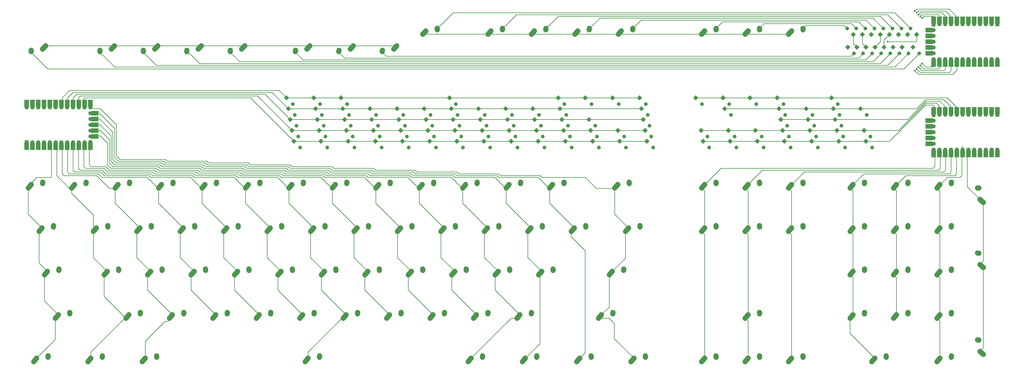
<source format=gbr>
G04 #@! TF.GenerationSoftware,KiCad,Pcbnew,(5.1.5)-3*
G04 #@! TF.CreationDate,2020-04-30T16:40:07-04:00*
G04 #@! TF.ProjectId,MiniVan,4d696e69-5661-46e2-9e6b-696361645f70,rev?*
G04 #@! TF.SameCoordinates,Original*
G04 #@! TF.FileFunction,Copper,L1,Top*
G04 #@! TF.FilePolarity,Positive*
%FSLAX46Y46*%
G04 Gerber Fmt 4.6, Leading zero omitted, Abs format (unit mm)*
G04 Created by KiCad (PCBNEW (5.1.5)-3) date 2020-04-30 16:40:07*
%MOMM*%
%LPD*%
G04 APERTURE LIST*
%ADD10C,2.250000*%
%ADD11C,2.250000*%
%ADD12C,1.600000*%
%ADD13C,0.100000*%
%ADD14R,3.250000X2.000000*%
%ADD15R,2.000000X3.250000*%
%ADD16C,1.752600*%
%ADD17R,1.752600X1.752600*%
%ADD18C,0.800000*%
%ADD19C,0.250000*%
G04 APERTURE END LIST*
D10*
X128706250Y-68525000D02*
X128746250Y-67945000D01*
D11*
X128746250Y-67945000D03*
D10*
X122396250Y-70485000D02*
X123706252Y-69025000D01*
D11*
X123706250Y-69025000D03*
D12*
X197956577Y-33650327D02*
X197956577Y-33650327D01*
G04 #@! TA.AperFunction,ComponentPad*
D13*
G36*
X194131129Y-30956250D02*
G01*
X195262500Y-29824879D01*
X196393871Y-30956250D01*
X195262500Y-32087621D01*
X194131129Y-30956250D01*
G37*
G04 #@! TD.AperFunction*
D12*
X186050327Y-33650327D02*
X186050327Y-33650327D01*
G04 #@! TA.AperFunction,ComponentPad*
D13*
G36*
X182224879Y-30956250D02*
G01*
X183356250Y-29824879D01*
X184487621Y-30956250D01*
X183356250Y-32087621D01*
X182224879Y-30956250D01*
G37*
G04 #@! TD.AperFunction*
D12*
X221769077Y-33650327D02*
X221769077Y-33650327D01*
G04 #@! TA.AperFunction,ComponentPad*
D13*
G36*
X217943629Y-30956250D02*
G01*
X219075000Y-29824879D01*
X220206371Y-30956250D01*
X219075000Y-32087621D01*
X217943629Y-30956250D01*
G37*
G04 #@! TD.AperFunction*
D12*
X209862827Y-33650327D02*
X209862827Y-33650327D01*
G04 #@! TA.AperFunction,ComponentPad*
D13*
G36*
X206037379Y-30956250D02*
G01*
X207168750Y-29824879D01*
X208300121Y-30956250D01*
X207168750Y-32087621D01*
X206037379Y-30956250D01*
G37*
G04 #@! TD.AperFunction*
D12*
X138425327Y-33650327D02*
X138425327Y-33650327D01*
G04 #@! TA.AperFunction,ComponentPad*
D13*
G36*
X134599879Y-30956250D02*
G01*
X135731250Y-29824879D01*
X136862621Y-30956250D01*
X135731250Y-32087621D01*
X134599879Y-30956250D01*
G37*
G04 #@! TD.AperFunction*
D12*
X90800327Y-33650327D02*
X90800327Y-33650327D01*
G04 #@! TA.AperFunction,ComponentPad*
D13*
G36*
X86974879Y-30956250D02*
G01*
X88106250Y-29824879D01*
X89237621Y-30956250D01*
X88106250Y-32087621D01*
X86974879Y-30956250D01*
G37*
G04 #@! TD.AperFunction*
D12*
X66987827Y-33650327D02*
X66987827Y-33650327D01*
G04 #@! TA.AperFunction,ComponentPad*
D13*
G36*
X63162379Y-30956250D02*
G01*
X64293750Y-29824879D01*
X65425121Y-30956250D01*
X64293750Y-32087621D01*
X63162379Y-30956250D01*
G37*
G04 #@! TD.AperFunction*
D12*
X78894077Y-33650327D02*
X78894077Y-33650327D01*
G04 #@! TA.AperFunction,ComponentPad*
D13*
G36*
X75068629Y-30956250D02*
G01*
X76200000Y-29824879D01*
X77331371Y-30956250D01*
X76200000Y-32087621D01*
X75068629Y-30956250D01*
G37*
G04 #@! TD.AperFunction*
D10*
X87193750Y-10056250D02*
X87153750Y-10636250D01*
D11*
X87153750Y-10636250D03*
D10*
X93503750Y-8096250D02*
X92193748Y-9556250D01*
D11*
X92193750Y-9556250D03*
X-35837500Y-126175000D03*
D10*
X-37147500Y-127635000D02*
X-35837498Y-126175000D01*
D11*
X-30797500Y-125095000D03*
D10*
X-30837500Y-125675000D02*
X-30797500Y-125095000D01*
X271581250Y-125675000D02*
X271621250Y-125095000D01*
D11*
X271621250Y-125095000D03*
D10*
X265271250Y-127635000D02*
X266581252Y-126175000D01*
D11*
X266581250Y-126175000D03*
D10*
X355718750Y-68525000D02*
X355758750Y-67945000D01*
D11*
X355758750Y-67945000D03*
D10*
X349408750Y-70485000D02*
X350718752Y-69025000D01*
D11*
X350718750Y-69025000D03*
D14*
X346075000Y-11430000D03*
X346075000Y-8890000D03*
X346075000Y-6350000D03*
X346075000Y-3810000D03*
X346075000Y-1270000D03*
D15*
X375920000Y-15748000D03*
X373380000Y-15748000D03*
X370840000Y-15748000D03*
X368300000Y-15748000D03*
X365760000Y-15748000D03*
X363220000Y-15748000D03*
X360680000Y-15748000D03*
X358140000Y-15748000D03*
X355600000Y-15748000D03*
X353060000Y-15748000D03*
X350520000Y-15748000D03*
X347980000Y-15748000D03*
X347980000Y3048000D03*
X350520000Y3048000D03*
X353060000Y3048000D03*
X355600000Y3048000D03*
X358140000Y3048000D03*
X360680000Y3048000D03*
X363220000Y3048000D03*
X365760000Y3048000D03*
X368300000Y3048000D03*
X370840000Y3048000D03*
X373380000Y3048000D03*
X375920000Y3048000D03*
D16*
X347980000Y-1270000D03*
X347980000Y-3810000D03*
X347980000Y-6350000D03*
X347980000Y-8890000D03*
X347980000Y-11430000D03*
X375920000Y-13970000D03*
X347980000Y1041400D03*
X373380000Y-13970000D03*
X370840000Y-13970000D03*
X368300000Y-13970000D03*
X365760000Y-13970000D03*
X363220000Y-13970000D03*
X360680000Y-13970000D03*
X358140000Y-13970000D03*
X355600000Y-13970000D03*
X353060000Y-13970000D03*
X350520000Y-13970000D03*
X347980000Y-13970000D03*
X350520000Y1270000D03*
X353060000Y1270000D03*
X355600000Y1270000D03*
X358140000Y1270000D03*
X360680000Y1270000D03*
X363220000Y1270000D03*
X365760000Y1270000D03*
X368300000Y1270000D03*
X370840000Y1270000D03*
X373380000Y1270000D03*
D17*
X375920000Y1270000D03*
D14*
X-19843750Y-37782500D03*
X-19843750Y-40322500D03*
X-19843750Y-42862500D03*
X-19843750Y-45402500D03*
X-19843750Y-47942500D03*
D15*
X-49688750Y-33464500D03*
X-47148750Y-33464500D03*
X-44608750Y-33464500D03*
X-42068750Y-33464500D03*
X-39528750Y-33464500D03*
X-36988750Y-33464500D03*
X-34448750Y-33464500D03*
X-31908750Y-33464500D03*
X-29368750Y-33464500D03*
X-26828750Y-33464500D03*
X-24288750Y-33464500D03*
X-21748750Y-33464500D03*
X-21748750Y-52260500D03*
X-24288750Y-52260500D03*
X-26828750Y-52260500D03*
X-29368750Y-52260500D03*
X-31908750Y-52260500D03*
X-34448750Y-52260500D03*
X-36988750Y-52260500D03*
X-39528750Y-52260500D03*
X-42068750Y-52260500D03*
X-44608750Y-52260500D03*
X-47148750Y-52260500D03*
X-49688750Y-52260500D03*
D16*
X-21748750Y-47942500D03*
X-21748750Y-45402500D03*
X-21748750Y-42862500D03*
X-21748750Y-40322500D03*
X-21748750Y-37782500D03*
X-49688750Y-35242500D03*
X-21748750Y-50253900D03*
X-47148750Y-35242500D03*
X-44608750Y-35242500D03*
X-42068750Y-35242500D03*
X-39528750Y-35242500D03*
X-36988750Y-35242500D03*
X-34448750Y-35242500D03*
X-31908750Y-35242500D03*
X-29368750Y-35242500D03*
X-26828750Y-35242500D03*
X-24288750Y-35242500D03*
X-21748750Y-35242500D03*
X-24288750Y-50482500D03*
X-26828750Y-50482500D03*
X-29368750Y-50482500D03*
X-31908750Y-50482500D03*
X-34448750Y-50482500D03*
X-36988750Y-50482500D03*
X-39528750Y-50482500D03*
X-42068750Y-50482500D03*
X-44608750Y-50482500D03*
X-47148750Y-50482500D03*
D17*
X-49688750Y-50482500D03*
X375920000Y-38417500D03*
D16*
X373380000Y-38417500D03*
X370840000Y-38417500D03*
X368300000Y-38417500D03*
X365760000Y-38417500D03*
X363220000Y-38417500D03*
X360680000Y-38417500D03*
X358140000Y-38417500D03*
X355600000Y-38417500D03*
X353060000Y-38417500D03*
X350520000Y-38417500D03*
X347980000Y-53657500D03*
X350520000Y-53657500D03*
X353060000Y-53657500D03*
X355600000Y-53657500D03*
X358140000Y-53657500D03*
X360680000Y-53657500D03*
X363220000Y-53657500D03*
X365760000Y-53657500D03*
X368300000Y-53657500D03*
X370840000Y-53657500D03*
X373380000Y-53657500D03*
X347980000Y-38646100D03*
X375920000Y-53657500D03*
X347980000Y-51117500D03*
X347980000Y-48577500D03*
X347980000Y-46037500D03*
X347980000Y-43497500D03*
X347980000Y-40957500D03*
D15*
X375920000Y-36639500D03*
X373380000Y-36639500D03*
X370840000Y-36639500D03*
X368300000Y-36639500D03*
X365760000Y-36639500D03*
X363220000Y-36639500D03*
X360680000Y-36639500D03*
X358140000Y-36639500D03*
X355600000Y-36639500D03*
X353060000Y-36639500D03*
X350520000Y-36639500D03*
X347980000Y-36639500D03*
X347980000Y-55435500D03*
X350520000Y-55435500D03*
X353060000Y-55435500D03*
X355600000Y-55435500D03*
X358140000Y-55435500D03*
X360680000Y-55435500D03*
X363220000Y-55435500D03*
X365760000Y-55435500D03*
X368300000Y-55435500D03*
X370840000Y-55435500D03*
X373380000Y-55435500D03*
X375920000Y-55435500D03*
D14*
X346075000Y-40957500D03*
X346075000Y-43497500D03*
X346075000Y-46037500D03*
X346075000Y-48577500D03*
X346075000Y-51117500D03*
D10*
X290631250Y-1056250D02*
X290671250Y-476250D01*
D11*
X290671250Y-476250D03*
D10*
X284321250Y-3016250D02*
X285631252Y-1556250D01*
D11*
X285631250Y-1556250D03*
D10*
X130293750Y-1056250D02*
X130333750Y-476250D01*
D11*
X130333750Y-476250D03*
D10*
X123983750Y-3016250D02*
X125293752Y-1556250D01*
D11*
X125293750Y-1556250D03*
D10*
X271581250Y-1056250D02*
X271621250Y-476250D01*
D11*
X271621250Y-476250D03*
D10*
X265271250Y-3016250D02*
X266581252Y-1556250D01*
D11*
X266581250Y-1556250D03*
D10*
X252531250Y-1056250D02*
X252571250Y-476250D01*
D11*
X252571250Y-476250D03*
D10*
X246221250Y-3016250D02*
X247531252Y-1556250D01*
D11*
X247531250Y-1556250D03*
D10*
X196968750Y-1056250D02*
X197008750Y-476250D01*
D11*
X197008750Y-476250D03*
D10*
X190658750Y-3016250D02*
X191968752Y-1556250D01*
D11*
X191968750Y-1556250D03*
D10*
X216018750Y-1056250D02*
X216058750Y-476250D01*
D11*
X216058750Y-476250D03*
D10*
X209708750Y-3016250D02*
X211018752Y-1556250D01*
D11*
X211018750Y-1556250D03*
D10*
X177918750Y-1056250D02*
X177958750Y-476250D01*
D11*
X177958750Y-476250D03*
D10*
X171608750Y-3016250D02*
X172918752Y-1556250D01*
D11*
X172918750Y-1556250D03*
D10*
X158868750Y-1056250D02*
X158908750Y-476250D01*
D11*
X158908750Y-476250D03*
D10*
X152558750Y-3016250D02*
X153868752Y-1556250D01*
D11*
X153868750Y-1556250D03*
D10*
X106243750Y-10056250D02*
X106203750Y-10636250D01*
D11*
X106203750Y-10636250D03*
D10*
X112553750Y-8096250D02*
X111243748Y-9556250D01*
D11*
X111243750Y-9556250D03*
D10*
X68143750Y-10056250D02*
X68103750Y-10636250D01*
D11*
X68103750Y-10636250D03*
D10*
X74453750Y-8096250D02*
X73143748Y-9556250D01*
D11*
X73143750Y-9556250D03*
D10*
X-47743750Y-10056250D02*
X-47783750Y-10636250D01*
D11*
X-47783750Y-10636250D03*
D10*
X-41433750Y-8096250D02*
X-42743752Y-9556250D01*
D11*
X-42743750Y-9556250D03*
D10*
X20518750Y-10056250D02*
X20478750Y-10636250D01*
D11*
X20478750Y-10636250D03*
D10*
X26828750Y-8096250D02*
X25518748Y-9556250D01*
D11*
X25518750Y-9556250D03*
D10*
X39568750Y-10056250D02*
X39528750Y-10636250D01*
D11*
X39528750Y-10636250D03*
D10*
X45878750Y-8096250D02*
X44568748Y-9556250D01*
D11*
X44568750Y-9556250D03*
D10*
X-17581250Y-10056250D02*
X-17621250Y-10636250D01*
D11*
X-17621250Y-10636250D03*
D10*
X-11271250Y-8096250D02*
X-12581252Y-9556250D01*
D11*
X-12581250Y-9556250D03*
D10*
X1468750Y-10056250D02*
X1428750Y-10636250D01*
D11*
X1428750Y-10636250D03*
D10*
X7778750Y-8096250D02*
X6468748Y-9556250D01*
D11*
X6468750Y-9556250D03*
D12*
X337824673Y-480923D02*
X337824673Y-480923D01*
G04 #@! TA.AperFunction,ComponentPad*
D13*
G36*
X341650121Y-3175000D02*
G01*
X340518750Y-4306371D01*
X339387379Y-3175000D01*
X340518750Y-2043629D01*
X341650121Y-3175000D01*
G37*
G04 #@! TD.AperFunction*
D12*
X314012173Y-480923D02*
X314012173Y-480923D01*
G04 #@! TA.AperFunction,ComponentPad*
D13*
G36*
X317837621Y-3175000D02*
G01*
X316706250Y-4306371D01*
X315574879Y-3175000D01*
X316706250Y-2043629D01*
X317837621Y-3175000D01*
G37*
G04 #@! TD.AperFunction*
D12*
X310043423Y-480923D02*
X310043423Y-480923D01*
G04 #@! TA.AperFunction,ComponentPad*
D13*
G36*
X313868871Y-3175000D02*
G01*
X312737500Y-4306371D01*
X311606129Y-3175000D01*
X312737500Y-2043629D01*
X313868871Y-3175000D01*
G37*
G04 #@! TD.AperFunction*
D12*
X317980923Y-480923D02*
X317980923Y-480923D01*
G04 #@! TA.AperFunction,ComponentPad*
D13*
G36*
X321806371Y-3175000D02*
G01*
X320675000Y-4306371D01*
X319543629Y-3175000D01*
X320675000Y-2043629D01*
X321806371Y-3175000D01*
G37*
G04 #@! TD.AperFunction*
D12*
X325918423Y-480923D02*
X325918423Y-480923D01*
G04 #@! TA.AperFunction,ComponentPad*
D13*
G36*
X329743871Y-3175000D02*
G01*
X328612500Y-4306371D01*
X327481129Y-3175000D01*
X328612500Y-2043629D01*
X329743871Y-3175000D01*
G37*
G04 #@! TD.AperFunction*
D12*
X321949673Y-480923D02*
X321949673Y-480923D01*
G04 #@! TA.AperFunction,ComponentPad*
D13*
G36*
X325775121Y-3175000D02*
G01*
X324643750Y-4306371D01*
X323512379Y-3175000D01*
X324643750Y-2043629D01*
X325775121Y-3175000D01*
G37*
G04 #@! TD.AperFunction*
D12*
X329887173Y-480923D02*
X329887173Y-480923D01*
G04 #@! TA.AperFunction,ComponentPad*
D13*
G36*
X333712621Y-3175000D02*
G01*
X332581250Y-4306371D01*
X331449879Y-3175000D01*
X332581250Y-2043629D01*
X333712621Y-3175000D01*
G37*
G04 #@! TD.AperFunction*
D12*
X333855923Y-480923D02*
X333855923Y-480923D01*
G04 #@! TA.AperFunction,ComponentPad*
D13*
G36*
X337681371Y-3175000D02*
G01*
X336550000Y-4306371D01*
X335418629Y-3175000D01*
X336550000Y-2043629D01*
X337681371Y-3175000D01*
G37*
G04 #@! TD.AperFunction*
D12*
X313050327Y-11425327D02*
X313050327Y-11425327D01*
G04 #@! TA.AperFunction,ComponentPad*
D13*
G36*
X309224879Y-8731250D02*
G01*
X310356250Y-7599879D01*
X311487621Y-8731250D01*
X310356250Y-9862621D01*
X309224879Y-8731250D01*
G37*
G04 #@! TD.AperFunction*
D12*
X320987827Y-11425327D02*
X320987827Y-11425327D01*
G04 #@! TA.AperFunction,ComponentPad*
D13*
G36*
X317162379Y-8731250D02*
G01*
X318293750Y-7599879D01*
X319425121Y-8731250D01*
X318293750Y-9862621D01*
X317162379Y-8731250D01*
G37*
G04 #@! TD.AperFunction*
D12*
X317019077Y-11425327D02*
X317019077Y-11425327D01*
G04 #@! TA.AperFunction,ComponentPad*
D13*
G36*
X313193629Y-8731250D02*
G01*
X314325000Y-7599879D01*
X315456371Y-8731250D01*
X314325000Y-9862621D01*
X313193629Y-8731250D01*
G37*
G04 #@! TD.AperFunction*
D12*
X341625327Y-11425327D02*
X341625327Y-11425327D01*
G04 #@! TA.AperFunction,ComponentPad*
D13*
G36*
X337799879Y-8731250D02*
G01*
X338931250Y-7599879D01*
X340062621Y-8731250D01*
X338931250Y-9862621D01*
X337799879Y-8731250D01*
G37*
G04 #@! TD.AperFunction*
D12*
X328925327Y-11425327D02*
X328925327Y-11425327D01*
G04 #@! TA.AperFunction,ComponentPad*
D13*
G36*
X325099879Y-8731250D02*
G01*
X326231250Y-7599879D01*
X327362621Y-8731250D01*
X326231250Y-9862621D01*
X325099879Y-8731250D01*
G37*
G04 #@! TD.AperFunction*
D12*
X324956577Y-11425327D02*
X324956577Y-11425327D01*
G04 #@! TA.AperFunction,ComponentPad*
D13*
G36*
X321131129Y-8731250D02*
G01*
X322262500Y-7599879D01*
X323393871Y-8731250D01*
X322262500Y-9862621D01*
X321131129Y-8731250D01*
G37*
G04 #@! TD.AperFunction*
D12*
X336862827Y-11425327D02*
X336862827Y-11425327D01*
G04 #@! TA.AperFunction,ComponentPad*
D13*
G36*
X333037379Y-8731250D02*
G01*
X334168750Y-7599879D01*
X335300121Y-8731250D01*
X334168750Y-9862621D01*
X333037379Y-8731250D01*
G37*
G04 #@! TD.AperFunction*
D12*
X332894077Y-11425327D02*
X332894077Y-11425327D01*
G04 #@! TA.AperFunction,ComponentPad*
D13*
G36*
X329068629Y-8731250D02*
G01*
X330200000Y-7599879D01*
X331331371Y-8731250D01*
X330200000Y-9862621D01*
X329068629Y-8731250D01*
G37*
G04 #@! TD.AperFunction*
D10*
X78700000Y-144725000D02*
X78740000Y-144145000D01*
D11*
X78740000Y-144145000D03*
D10*
X72390000Y-146685000D02*
X73700002Y-145225000D01*
D11*
X73700000Y-145225000D03*
D10*
X367768750Y-137200000D02*
X367188750Y-137160000D01*
D11*
X367188750Y-137160000D03*
D10*
X369728750Y-143510000D02*
X368268750Y-142199998D01*
D11*
X368268750Y-142200000D03*
D10*
X367768750Y-99100000D02*
X367188750Y-99060000D01*
D11*
X367188750Y-99060000D03*
D10*
X369728750Y-105410000D02*
X368268750Y-104099998D01*
D11*
X368268750Y-104100000D03*
D10*
X367768750Y-70525000D02*
X367188750Y-70485000D01*
D11*
X367188750Y-70485000D03*
D10*
X369728750Y-76835000D02*
X368268750Y-75524998D01*
D11*
X368268750Y-75525000D03*
D10*
X355718750Y-144725000D02*
X355758750Y-144145000D01*
D11*
X355758750Y-144145000D03*
D10*
X349408750Y-146685000D02*
X350718752Y-145225000D01*
D11*
X350718750Y-145225000D03*
D10*
X355718750Y-125675000D02*
X355758750Y-125095000D01*
D11*
X355758750Y-125095000D03*
D10*
X349408750Y-127635000D02*
X350718752Y-126175000D01*
D11*
X350718750Y-126175000D03*
D10*
X355718750Y-106625000D02*
X355758750Y-106045000D01*
D11*
X355758750Y-106045000D03*
D10*
X349408750Y-108585000D02*
X350718752Y-107125000D01*
D11*
X350718750Y-107125000D03*
D10*
X355718750Y-87575000D02*
X355758750Y-86995000D01*
D11*
X355758750Y-86995000D03*
D10*
X349408750Y-89535000D02*
X350718752Y-88075000D01*
D11*
X350718750Y-88075000D03*
D10*
X336668750Y-125675000D02*
X336708750Y-125095000D01*
D11*
X336708750Y-125095000D03*
D10*
X330358750Y-127635000D02*
X331668752Y-126175000D01*
D11*
X331668750Y-126175000D03*
D10*
X336668750Y-106625000D02*
X336708750Y-106045000D01*
D11*
X336708750Y-106045000D03*
D10*
X330358750Y-108585000D02*
X331668752Y-107125000D01*
D11*
X331668750Y-107125000D03*
D10*
X336668750Y-87575000D02*
X336708750Y-86995000D01*
D11*
X336708750Y-86995000D03*
D10*
X330358750Y-89535000D02*
X331668752Y-88075000D01*
D11*
X331668750Y-88075000D03*
D10*
X336668750Y-68525000D02*
X336708750Y-67945000D01*
D11*
X336708750Y-67945000D03*
D10*
X330358750Y-70485000D02*
X331668752Y-69025000D01*
D11*
X331668750Y-69025000D03*
D10*
X327143750Y-144725000D02*
X327183750Y-144145000D01*
D11*
X327183750Y-144145000D03*
D10*
X320833750Y-146685000D02*
X322143752Y-145225000D01*
D11*
X322143750Y-145225000D03*
D10*
X317618750Y-125675000D02*
X317658750Y-125095000D01*
D11*
X317658750Y-125095000D03*
D10*
X311308750Y-127635000D02*
X312618752Y-126175000D01*
D11*
X312618750Y-126175000D03*
D10*
X317618750Y-106625000D02*
X317658750Y-106045000D01*
D11*
X317658750Y-106045000D03*
D10*
X311308750Y-108585000D02*
X312618752Y-107125000D01*
D11*
X312618750Y-107125000D03*
D10*
X317618750Y-87575000D02*
X317658750Y-86995000D01*
D11*
X317658750Y-86995000D03*
D10*
X311308750Y-89535000D02*
X312618752Y-88075000D01*
D11*
X312618750Y-88075000D03*
D10*
X317618750Y-68525000D02*
X317658750Y-67945000D01*
D11*
X317658750Y-67945000D03*
D10*
X311308750Y-70485000D02*
X312618752Y-69025000D01*
D11*
X312618750Y-69025000D03*
D10*
X290631250Y-144725000D02*
X290671250Y-144145000D01*
D11*
X290671250Y-144145000D03*
D10*
X284321250Y-146685000D02*
X285631252Y-145225000D01*
D11*
X285631250Y-145225000D03*
D10*
X290631250Y-87575000D02*
X290671250Y-86995000D01*
D11*
X290671250Y-86995000D03*
D10*
X284321250Y-89535000D02*
X285631252Y-88075000D01*
D11*
X285631250Y-88075000D03*
D10*
X290631250Y-68525000D02*
X290671250Y-67945000D01*
D11*
X290671250Y-67945000D03*
D10*
X284321250Y-70485000D02*
X285631252Y-69025000D01*
D11*
X285631250Y-69025000D03*
D10*
X271581250Y-144725000D02*
X271621250Y-144145000D01*
D11*
X271621250Y-144145000D03*
D10*
X265271250Y-146685000D02*
X266581252Y-145225000D01*
D11*
X266581250Y-145225000D03*
D10*
X271581250Y-87575000D02*
X271621250Y-86995000D01*
D11*
X271621250Y-86995000D03*
D10*
X265271250Y-89535000D02*
X266581252Y-88075000D01*
D11*
X266581250Y-88075000D03*
D10*
X271581250Y-68525000D02*
X271621250Y-67945000D01*
D11*
X271621250Y-67945000D03*
D10*
X265271250Y-70485000D02*
X266581252Y-69025000D01*
D11*
X266581250Y-69025000D03*
D10*
X252531250Y-144725000D02*
X252571250Y-144145000D01*
D11*
X252571250Y-144145000D03*
D10*
X246221250Y-146685000D02*
X247531252Y-145225000D01*
D11*
X247531250Y-145225000D03*
D10*
X252531250Y-87575000D02*
X252571250Y-86995000D01*
D11*
X252571250Y-86995000D03*
D10*
X246221250Y-89535000D02*
X247531252Y-88075000D01*
D11*
X247531250Y-88075000D03*
D10*
X252531250Y-68525000D02*
X252571250Y-67945000D01*
D11*
X252571250Y-67945000D03*
D10*
X246221250Y-70485000D02*
X247531252Y-69025000D01*
D11*
X247531250Y-69025000D03*
D10*
X221575000Y-144725000D02*
X221615000Y-144145000D01*
D11*
X221615000Y-144145000D03*
D10*
X215265000Y-146685000D02*
X216575002Y-145225000D01*
D11*
X216575000Y-145225000D03*
D10*
X207287500Y-125675000D02*
X207327500Y-125095000D01*
D11*
X207327500Y-125095000D03*
D10*
X200977500Y-127635000D02*
X202287502Y-126175000D01*
D11*
X202287500Y-126175000D03*
D10*
X212050000Y-106625000D02*
X212090000Y-106045000D01*
D11*
X212090000Y-106045000D03*
D10*
X205740000Y-108585000D02*
X207050002Y-107125000D01*
D11*
X207050000Y-107125000D03*
D10*
X219193750Y-87575000D02*
X219233750Y-86995000D01*
D11*
X219233750Y-86995000D03*
D10*
X212883750Y-89535000D02*
X214193752Y-88075000D01*
D11*
X214193750Y-88075000D03*
D10*
X214431250Y-68525000D02*
X214471250Y-67945000D01*
D11*
X214471250Y-67945000D03*
D10*
X208121250Y-70485000D02*
X209431252Y-69025000D01*
D11*
X209431250Y-69025000D03*
D10*
X197762500Y-144725000D02*
X197802500Y-144145000D01*
D11*
X197802500Y-144145000D03*
D10*
X191452500Y-146685000D02*
X192762502Y-145225000D01*
D11*
X192762500Y-145225000D03*
D10*
X195381250Y-87575000D02*
X195421250Y-86995000D01*
D11*
X195421250Y-86995000D03*
D10*
X189071250Y-89535000D02*
X190381252Y-88075000D01*
D11*
X190381250Y-88075000D03*
D10*
X185856250Y-68525000D02*
X185896250Y-67945000D01*
D11*
X185896250Y-67945000D03*
D10*
X179546250Y-70485000D02*
X180856252Y-69025000D01*
D11*
X180856250Y-69025000D03*
D10*
X173950000Y-144725000D02*
X173990000Y-144145000D01*
D11*
X173990000Y-144145000D03*
D10*
X167640000Y-146685000D02*
X168950002Y-145225000D01*
D11*
X168950000Y-145225000D03*
D10*
X181093750Y-106625000D02*
X181133750Y-106045000D01*
D11*
X181133750Y-106045000D03*
D10*
X174783750Y-108585000D02*
X176093752Y-107125000D01*
D11*
X176093750Y-107125000D03*
D10*
X176331250Y-87575000D02*
X176371250Y-86995000D01*
D11*
X176371250Y-86995000D03*
D10*
X170021250Y-89535000D02*
X171331252Y-88075000D01*
D11*
X171331250Y-88075000D03*
D10*
X166806250Y-68525000D02*
X166846250Y-67945000D01*
D11*
X166846250Y-67945000D03*
D10*
X160496250Y-70485000D02*
X161806252Y-69025000D01*
D11*
X161806250Y-69025000D03*
D10*
X150137500Y-144725000D02*
X150177500Y-144145000D01*
D11*
X150177500Y-144145000D03*
D10*
X143827500Y-146685000D02*
X145137502Y-145225000D01*
D11*
X145137500Y-145225000D03*
D10*
X171568750Y-125675000D02*
X171608750Y-125095000D01*
D11*
X171608750Y-125095000D03*
D10*
X165258750Y-127635000D02*
X166568752Y-126175000D01*
D11*
X166568750Y-126175000D03*
D10*
X162043750Y-106625000D02*
X162083750Y-106045000D01*
D11*
X162083750Y-106045000D03*
D10*
X155733750Y-108585000D02*
X157043752Y-107125000D01*
D11*
X157043750Y-107125000D03*
D10*
X157281250Y-87575000D02*
X157321250Y-86995000D01*
D11*
X157321250Y-86995000D03*
D10*
X150971250Y-89535000D02*
X152281252Y-88075000D01*
D11*
X152281250Y-88075000D03*
D10*
X147756250Y-68525000D02*
X147796250Y-67945000D01*
D11*
X147796250Y-67945000D03*
D10*
X141446250Y-70485000D02*
X142756252Y-69025000D01*
D11*
X142756250Y-69025000D03*
D10*
X152518750Y-125675000D02*
X152558750Y-125095000D01*
D11*
X152558750Y-125095000D03*
D10*
X146208750Y-127635000D02*
X147518752Y-126175000D01*
D11*
X147518750Y-126175000D03*
D10*
X142993750Y-106625000D02*
X143033750Y-106045000D01*
D11*
X143033750Y-106045000D03*
D10*
X136683750Y-108585000D02*
X137993752Y-107125000D01*
D11*
X137993750Y-107125000D03*
D10*
X138231250Y-87575000D02*
X138271250Y-86995000D01*
D11*
X138271250Y-86995000D03*
D10*
X131921250Y-89535000D02*
X133231252Y-88075000D01*
D11*
X133231250Y-88075000D03*
D10*
X133468750Y-125675000D02*
X133508750Y-125095000D01*
D11*
X133508750Y-125095000D03*
D10*
X127158750Y-127635000D02*
X128468752Y-126175000D01*
D11*
X128468750Y-126175000D03*
D10*
X123943750Y-106625000D02*
X123983750Y-106045000D01*
D11*
X123983750Y-106045000D03*
D10*
X117633750Y-108585000D02*
X118943752Y-107125000D01*
D11*
X118943750Y-107125000D03*
D10*
X119181250Y-87575000D02*
X119221250Y-86995000D01*
D11*
X119221250Y-86995000D03*
D10*
X112871250Y-89535000D02*
X114181252Y-88075000D01*
D11*
X114181250Y-88075000D03*
D10*
X109656250Y-68525000D02*
X109696250Y-67945000D01*
D11*
X109696250Y-67945000D03*
D10*
X103346250Y-70485000D02*
X104656252Y-69025000D01*
D11*
X104656250Y-69025000D03*
D10*
X114418750Y-125675000D02*
X114458750Y-125095000D01*
D11*
X114458750Y-125095000D03*
D10*
X108108750Y-127635000D02*
X109418752Y-126175000D01*
D11*
X109418750Y-126175000D03*
D10*
X104893750Y-106625000D02*
X104933750Y-106045000D01*
D11*
X104933750Y-106045000D03*
D10*
X98583750Y-108585000D02*
X99893752Y-107125000D01*
D11*
X99893750Y-107125000D03*
D10*
X100131250Y-87575000D02*
X100171250Y-86995000D01*
D11*
X100171250Y-86995000D03*
D10*
X93821250Y-89535000D02*
X95131252Y-88075000D01*
D11*
X95131250Y-88075000D03*
D10*
X90606250Y-68525000D02*
X90646250Y-67945000D01*
D11*
X90646250Y-67945000D03*
D10*
X84296250Y-70485000D02*
X85606252Y-69025000D01*
D11*
X85606250Y-69025000D03*
D10*
X95368750Y-125675000D02*
X95408750Y-125095000D01*
D11*
X95408750Y-125095000D03*
D10*
X89058750Y-127635000D02*
X90368752Y-126175000D01*
D11*
X90368750Y-126175000D03*
D10*
X85843750Y-106625000D02*
X85883750Y-106045000D01*
D11*
X85883750Y-106045000D03*
D10*
X79533750Y-108585000D02*
X80843752Y-107125000D01*
D11*
X80843750Y-107125000D03*
D10*
X81081250Y-87575000D02*
X81121250Y-86995000D01*
D11*
X81121250Y-86995000D03*
D10*
X74771250Y-89535000D02*
X76081252Y-88075000D01*
D11*
X76081250Y-88075000D03*
D10*
X71556250Y-68525000D02*
X71596250Y-67945000D01*
D11*
X71596250Y-67945000D03*
D10*
X65246250Y-70485000D02*
X66556252Y-69025000D01*
D11*
X66556250Y-69025000D03*
D10*
X76318750Y-125675000D02*
X76358750Y-125095000D01*
D11*
X76358750Y-125095000D03*
D10*
X70008750Y-127635000D02*
X71318752Y-126175000D01*
D11*
X71318750Y-126175000D03*
D10*
X66793750Y-106625000D02*
X66833750Y-106045000D01*
D11*
X66833750Y-106045000D03*
D10*
X60483750Y-108585000D02*
X61793752Y-107125000D01*
D11*
X61793750Y-107125000D03*
D10*
X62031250Y-87575000D02*
X62071250Y-86995000D01*
D11*
X62071250Y-86995000D03*
D10*
X55721250Y-89535000D02*
X57031252Y-88075000D01*
D11*
X57031250Y-88075000D03*
D10*
X52506250Y-68525000D02*
X52546250Y-67945000D01*
D11*
X52546250Y-67945000D03*
D10*
X46196250Y-70485000D02*
X47506252Y-69025000D01*
D11*
X47506250Y-69025000D03*
D10*
X57268750Y-125675000D02*
X57308750Y-125095000D01*
D11*
X57308750Y-125095000D03*
D10*
X50958750Y-127635000D02*
X52268752Y-126175000D01*
D11*
X52268750Y-126175000D03*
D10*
X47743750Y-106625000D02*
X47783750Y-106045000D01*
D11*
X47783750Y-106045000D03*
D10*
X41433750Y-108585000D02*
X42743752Y-107125000D01*
D11*
X42743750Y-107125000D03*
D10*
X42981250Y-87575000D02*
X43021250Y-86995000D01*
D11*
X43021250Y-86995000D03*
D10*
X36671250Y-89535000D02*
X37981252Y-88075000D01*
D11*
X37981250Y-88075000D03*
D10*
X33456250Y-68525000D02*
X33496250Y-67945000D01*
D11*
X33496250Y-67945000D03*
D10*
X27146250Y-70485000D02*
X28456252Y-69025000D01*
D11*
X28456250Y-69025000D03*
D10*
X38218750Y-125675000D02*
X38258750Y-125095000D01*
D11*
X38258750Y-125095000D03*
D10*
X31908750Y-127635000D02*
X33218752Y-126175000D01*
D11*
X33218750Y-126175000D03*
D10*
X28693750Y-106625000D02*
X28733750Y-106045000D01*
D11*
X28733750Y-106045000D03*
D10*
X22383750Y-108585000D02*
X23693752Y-107125000D01*
D11*
X23693750Y-107125000D03*
D10*
X23931250Y-87575000D02*
X23971250Y-86995000D01*
D11*
X23971250Y-86995000D03*
D10*
X17621250Y-89535000D02*
X18931252Y-88075000D01*
D11*
X18931250Y-88075000D03*
D10*
X14406250Y-68525000D02*
X14446250Y-67945000D01*
D11*
X14446250Y-67945000D03*
D10*
X8096250Y-70485000D02*
X9406252Y-69025000D01*
D11*
X9406250Y-69025000D03*
D10*
X7262500Y-144725000D02*
X7302500Y-144145000D01*
D11*
X7302500Y-144145000D03*
D10*
X952500Y-146685000D02*
X2262502Y-145225000D01*
D11*
X2262500Y-145225000D03*
D10*
X19168750Y-125675000D02*
X19208750Y-125095000D01*
D11*
X19208750Y-125095000D03*
D10*
X12858750Y-127635000D02*
X14168752Y-126175000D01*
D11*
X14168750Y-126175000D03*
D10*
X9643750Y-106625000D02*
X9683750Y-106045000D01*
D11*
X9683750Y-106045000D03*
D10*
X3333750Y-108585000D02*
X4643752Y-107125000D01*
D11*
X4643750Y-107125000D03*
D10*
X4881250Y-87575000D02*
X4921250Y-86995000D01*
D11*
X4921250Y-86995000D03*
D10*
X-1428750Y-89535000D02*
X-118748Y-88075000D01*
D11*
X-118750Y-88075000D03*
D10*
X-4643750Y-68525000D02*
X-4603750Y-67945000D01*
D11*
X-4603750Y-67945000D03*
D10*
X-10953750Y-70485000D02*
X-9643748Y-69025000D01*
D11*
X-9643750Y-69025000D03*
D10*
X-16550000Y-144725000D02*
X-16510000Y-144145000D01*
D11*
X-16510000Y-144145000D03*
D10*
X-22860000Y-146685000D02*
X-21549998Y-145225000D01*
D11*
X-21550000Y-145225000D03*
D10*
X118750Y-125675000D02*
X158750Y-125095000D01*
D11*
X158750Y-125095000D03*
D10*
X-6191250Y-127635000D02*
X-4881248Y-126175000D01*
D11*
X-4881250Y-126175000D03*
D10*
X-9406250Y-106625000D02*
X-9366250Y-106045000D01*
D11*
X-9366250Y-106045000D03*
D10*
X-15716250Y-108585000D02*
X-14406248Y-107125000D01*
D11*
X-14406250Y-107125000D03*
D10*
X-14168750Y-87575000D02*
X-14128750Y-86995000D01*
D11*
X-14128750Y-86995000D03*
D10*
X-20478750Y-89535000D02*
X-19168748Y-88075000D01*
D11*
X-19168750Y-88075000D03*
D10*
X-23693750Y-68525000D02*
X-23653750Y-67945000D01*
D11*
X-23653750Y-67945000D03*
D10*
X-30003750Y-70485000D02*
X-28693748Y-69025000D01*
D11*
X-28693750Y-69025000D03*
D10*
X-40362500Y-144725000D02*
X-40322500Y-144145000D01*
D11*
X-40322500Y-144145000D03*
D10*
X-46672500Y-146685000D02*
X-45362498Y-145225000D01*
D11*
X-45362500Y-145225000D03*
D10*
X-35600000Y-106625000D02*
X-35560000Y-106045000D01*
D11*
X-35560000Y-106045000D03*
D10*
X-41910000Y-108585000D02*
X-40599998Y-107125000D01*
D11*
X-40600000Y-107125000D03*
D10*
X-37981250Y-87575000D02*
X-37941250Y-86995000D01*
D11*
X-37941250Y-86995000D03*
D10*
X-44291250Y-89535000D02*
X-42981248Y-88075000D01*
D11*
X-42981250Y-88075000D03*
D10*
X-42743750Y-68525000D02*
X-42703750Y-67945000D01*
D11*
X-42703750Y-67945000D03*
D10*
X-49053750Y-70485000D02*
X-47743748Y-69025000D01*
D11*
X-47743750Y-69025000D03*
D12*
X318606577Y-38412827D02*
X318606577Y-38412827D01*
G04 #@! TA.AperFunction,ComponentPad*
D13*
G36*
X314781129Y-35718750D02*
G01*
X315912500Y-34587379D01*
X317043871Y-35718750D01*
X315912500Y-36850121D01*
X314781129Y-35718750D01*
G37*
G04 #@! TD.AperFunction*
D12*
X320194077Y-47937827D02*
X320194077Y-47937827D01*
G04 #@! TA.AperFunction,ComponentPad*
D13*
G36*
X316368629Y-45243750D02*
G01*
X317500000Y-44112379D01*
X318631371Y-45243750D01*
X317500000Y-46375121D01*
X316368629Y-45243750D01*
G37*
G04 #@! TD.AperFunction*
D12*
X320987827Y-52700327D02*
X320987827Y-52700327D01*
G04 #@! TA.AperFunction,ComponentPad*
D13*
G36*
X317162379Y-50006250D02*
G01*
X318293750Y-48874879D01*
X319425121Y-50006250D01*
X318293750Y-51137621D01*
X317162379Y-50006250D01*
G37*
G04 #@! TD.AperFunction*
D12*
X305906577Y-33650327D02*
X305906577Y-33650327D01*
G04 #@! TA.AperFunction,ComponentPad*
D13*
G36*
X302081129Y-30956250D02*
G01*
X303212500Y-29824879D01*
X304343871Y-30956250D01*
X303212500Y-32087621D01*
X302081129Y-30956250D01*
G37*
G04 #@! TD.AperFunction*
D12*
X306700327Y-38412827D02*
X306700327Y-38412827D01*
G04 #@! TA.AperFunction,ComponentPad*
D13*
G36*
X302874879Y-35718750D02*
G01*
X304006250Y-34587379D01*
X305137621Y-35718750D01*
X304006250Y-36850121D01*
X302874879Y-35718750D01*
G37*
G04 #@! TD.AperFunction*
D12*
X307494077Y-43175327D02*
X307494077Y-43175327D01*
G04 #@! TA.AperFunction,ComponentPad*
D13*
G36*
X303668629Y-40481250D02*
G01*
X304800000Y-39349879D01*
X305931371Y-40481250D01*
X304800000Y-41612621D01*
X303668629Y-40481250D01*
G37*
G04 #@! TD.AperFunction*
D12*
X308287827Y-47937827D02*
X308287827Y-47937827D01*
G04 #@! TA.AperFunction,ComponentPad*
D13*
G36*
X304462379Y-45243750D02*
G01*
X305593750Y-44112379D01*
X306725121Y-45243750D01*
X305593750Y-46375121D01*
X304462379Y-45243750D01*
G37*
G04 #@! TD.AperFunction*
D12*
X309081577Y-52700327D02*
X309081577Y-52700327D01*
G04 #@! TA.AperFunction,ComponentPad*
D13*
G36*
X305256129Y-50006250D02*
G01*
X306387500Y-48874879D01*
X307518871Y-50006250D01*
X306387500Y-51137621D01*
X305256129Y-50006250D01*
G37*
G04 #@! TD.AperFunction*
D12*
X294794077Y-38412827D02*
X294794077Y-38412827D01*
G04 #@! TA.AperFunction,ComponentPad*
D13*
G36*
X290968629Y-35718750D02*
G01*
X292100000Y-34587379D01*
X293231371Y-35718750D01*
X292100000Y-36850121D01*
X290968629Y-35718750D01*
G37*
G04 #@! TD.AperFunction*
D12*
X295587827Y-43175327D02*
X295587827Y-43175327D01*
G04 #@! TA.AperFunction,ComponentPad*
D13*
G36*
X291762379Y-40481250D02*
G01*
X292893750Y-39349879D01*
X294025121Y-40481250D01*
X292893750Y-41612621D01*
X291762379Y-40481250D01*
G37*
G04 #@! TD.AperFunction*
D12*
X296381577Y-47937827D02*
X296381577Y-47937827D01*
G04 #@! TA.AperFunction,ComponentPad*
D13*
G36*
X292556129Y-45243750D02*
G01*
X293687500Y-44112379D01*
X294818871Y-45243750D01*
X293687500Y-46375121D01*
X292556129Y-45243750D01*
G37*
G04 #@! TD.AperFunction*
D12*
X297175327Y-52700327D02*
X297175327Y-52700327D01*
G04 #@! TA.AperFunction,ComponentPad*
D13*
G36*
X293349879Y-50006250D02*
G01*
X294481250Y-48874879D01*
X295612621Y-50006250D01*
X294481250Y-51137621D01*
X293349879Y-50006250D01*
G37*
G04 #@! TD.AperFunction*
D12*
X282094077Y-33650327D02*
X282094077Y-33650327D01*
G04 #@! TA.AperFunction,ComponentPad*
D13*
G36*
X278268629Y-30956250D02*
G01*
X279400000Y-29824879D01*
X280531371Y-30956250D01*
X279400000Y-32087621D01*
X278268629Y-30956250D01*
G37*
G04 #@! TD.AperFunction*
D12*
X282887827Y-38412827D02*
X282887827Y-38412827D01*
G04 #@! TA.AperFunction,ComponentPad*
D13*
G36*
X279062379Y-35718750D02*
G01*
X280193750Y-34587379D01*
X281325121Y-35718750D01*
X280193750Y-36850121D01*
X279062379Y-35718750D01*
G37*
G04 #@! TD.AperFunction*
D12*
X283681577Y-43175327D02*
X283681577Y-43175327D01*
G04 #@! TA.AperFunction,ComponentPad*
D13*
G36*
X279856129Y-40481250D02*
G01*
X280987500Y-39349879D01*
X282118871Y-40481250D01*
X280987500Y-41612621D01*
X279856129Y-40481250D01*
G37*
G04 #@! TD.AperFunction*
D12*
X284475327Y-47937827D02*
X284475327Y-47937827D01*
G04 #@! TA.AperFunction,ComponentPad*
D13*
G36*
X280649879Y-45243750D02*
G01*
X281781250Y-44112379D01*
X282912621Y-45243750D01*
X281781250Y-46375121D01*
X280649879Y-45243750D01*
G37*
G04 #@! TD.AperFunction*
D12*
X285269077Y-52700327D02*
X285269077Y-52700327D01*
G04 #@! TA.AperFunction,ComponentPad*
D13*
G36*
X281443629Y-50006250D02*
G01*
X282575000Y-48874879D01*
X283706371Y-50006250D01*
X282575000Y-51137621D01*
X281443629Y-50006250D01*
G37*
G04 #@! TD.AperFunction*
D12*
X270187827Y-33650327D02*
X270187827Y-33650327D01*
G04 #@! TA.AperFunction,ComponentPad*
D13*
G36*
X266362379Y-30956250D02*
G01*
X267493750Y-29824879D01*
X268625121Y-30956250D01*
X267493750Y-32087621D01*
X266362379Y-30956250D01*
G37*
G04 #@! TD.AperFunction*
D12*
X272569077Y-47937827D02*
X272569077Y-47937827D01*
G04 #@! TA.AperFunction,ComponentPad*
D13*
G36*
X268743629Y-45243750D02*
G01*
X269875000Y-44112379D01*
X271006371Y-45243750D01*
X269875000Y-46375121D01*
X268743629Y-45243750D01*
G37*
G04 #@! TD.AperFunction*
D12*
X273362827Y-52700327D02*
X273362827Y-52700327D01*
G04 #@! TA.AperFunction,ComponentPad*
D13*
G36*
X269537379Y-50006250D02*
G01*
X270668750Y-48874879D01*
X271800121Y-50006250D01*
X270668750Y-51137621D01*
X269537379Y-50006250D01*
G37*
G04 #@! TD.AperFunction*
D12*
X258281577Y-33650327D02*
X258281577Y-33650327D01*
G04 #@! TA.AperFunction,ComponentPad*
D13*
G36*
X254456129Y-30956250D02*
G01*
X255587500Y-29824879D01*
X256718871Y-30956250D01*
X255587500Y-32087621D01*
X254456129Y-30956250D01*
G37*
G04 #@! TD.AperFunction*
D12*
X259075327Y-38412827D02*
X259075327Y-38412827D01*
G04 #@! TA.AperFunction,ComponentPad*
D13*
G36*
X255249879Y-35718750D02*
G01*
X256381250Y-34587379D01*
X257512621Y-35718750D01*
X256381250Y-36850121D01*
X255249879Y-35718750D01*
G37*
G04 #@! TD.AperFunction*
D12*
X260662827Y-47937827D02*
X260662827Y-47937827D01*
G04 #@! TA.AperFunction,ComponentPad*
D13*
G36*
X256837379Y-45243750D02*
G01*
X257968750Y-44112379D01*
X259100121Y-45243750D01*
X257968750Y-46375121D01*
X256837379Y-45243750D01*
G37*
G04 #@! TD.AperFunction*
D12*
X261456577Y-52700327D02*
X261456577Y-52700327D01*
G04 #@! TA.AperFunction,ComponentPad*
D13*
G36*
X257631129Y-50006250D02*
G01*
X258762500Y-48874879D01*
X259893871Y-50006250D01*
X258762500Y-51137621D01*
X257631129Y-50006250D01*
G37*
G04 #@! TD.AperFunction*
D12*
X246375327Y-33650327D02*
X246375327Y-33650327D01*
G04 #@! TA.AperFunction,ComponentPad*
D13*
G36*
X242549879Y-30956250D02*
G01*
X243681250Y-29824879D01*
X244812621Y-30956250D01*
X243681250Y-32087621D01*
X242549879Y-30956250D01*
G37*
G04 #@! TD.AperFunction*
D12*
X248756577Y-47937827D02*
X248756577Y-47937827D01*
G04 #@! TA.AperFunction,ComponentPad*
D13*
G36*
X244931129Y-45243750D02*
G01*
X246062500Y-44112379D01*
X247193871Y-45243750D01*
X246062500Y-46375121D01*
X244931129Y-45243750D01*
G37*
G04 #@! TD.AperFunction*
D12*
X249550327Y-52700327D02*
X249550327Y-52700327D01*
G04 #@! TA.AperFunction,ComponentPad*
D13*
G36*
X245724879Y-50006250D02*
G01*
X246856250Y-48874879D01*
X247987621Y-50006250D01*
X246856250Y-51137621D01*
X245724879Y-50006250D01*
G37*
G04 #@! TD.AperFunction*
D12*
X222562827Y-38412827D02*
X222562827Y-38412827D01*
G04 #@! TA.AperFunction,ComponentPad*
D13*
G36*
X218737379Y-35718750D02*
G01*
X219868750Y-34587379D01*
X221000121Y-35718750D01*
X219868750Y-36850121D01*
X218737379Y-35718750D01*
G37*
G04 #@! TD.AperFunction*
D12*
X223356577Y-43175327D02*
X223356577Y-43175327D01*
G04 #@! TA.AperFunction,ComponentPad*
D13*
G36*
X219531129Y-40481250D02*
G01*
X220662500Y-39349879D01*
X221793871Y-40481250D01*
X220662500Y-41612621D01*
X219531129Y-40481250D01*
G37*
G04 #@! TD.AperFunction*
D12*
X224150327Y-47937827D02*
X224150327Y-47937827D01*
G04 #@! TA.AperFunction,ComponentPad*
D13*
G36*
X220324879Y-45243750D02*
G01*
X221456250Y-44112379D01*
X222587621Y-45243750D01*
X221456250Y-46375121D01*
X220324879Y-45243750D01*
G37*
G04 #@! TD.AperFunction*
D12*
X224944077Y-52700327D02*
X224944077Y-52700327D01*
G04 #@! TA.AperFunction,ComponentPad*
D13*
G36*
X221118629Y-50006250D02*
G01*
X222250000Y-48874879D01*
X223381371Y-50006250D01*
X222250000Y-51137621D01*
X221118629Y-50006250D01*
G37*
G04 #@! TD.AperFunction*
D12*
X212244077Y-47937827D02*
X212244077Y-47937827D01*
G04 #@! TA.AperFunction,ComponentPad*
D13*
G36*
X208418629Y-45243750D02*
G01*
X209550000Y-44112379D01*
X210681371Y-45243750D01*
X209550000Y-46375121D01*
X208418629Y-45243750D01*
G37*
G04 #@! TD.AperFunction*
D12*
X213037827Y-52700327D02*
X213037827Y-52700327D01*
G04 #@! TA.AperFunction,ComponentPad*
D13*
G36*
X209212379Y-50006250D02*
G01*
X210343750Y-48874879D01*
X211475121Y-50006250D01*
X210343750Y-51137621D01*
X209212379Y-50006250D01*
G37*
G04 #@! TD.AperFunction*
D12*
X199544077Y-43175327D02*
X199544077Y-43175327D01*
G04 #@! TA.AperFunction,ComponentPad*
D13*
G36*
X195718629Y-40481250D02*
G01*
X196850000Y-39349879D01*
X197981371Y-40481250D01*
X196850000Y-41612621D01*
X195718629Y-40481250D01*
G37*
G04 #@! TD.AperFunction*
D12*
X200337827Y-47937827D02*
X200337827Y-47937827D01*
G04 #@! TA.AperFunction,ComponentPad*
D13*
G36*
X196512379Y-45243750D02*
G01*
X197643750Y-44112379D01*
X198775121Y-45243750D01*
X197643750Y-46375121D01*
X196512379Y-45243750D01*
G37*
G04 #@! TD.AperFunction*
D12*
X201131577Y-52700327D02*
X201131577Y-52700327D01*
G04 #@! TA.AperFunction,ComponentPad*
D13*
G36*
X197306129Y-50006250D02*
G01*
X198437500Y-48874879D01*
X199568871Y-50006250D01*
X198437500Y-51137621D01*
X197306129Y-50006250D01*
G37*
G04 #@! TD.AperFunction*
D12*
X186844077Y-38412827D02*
X186844077Y-38412827D01*
G04 #@! TA.AperFunction,ComponentPad*
D13*
G36*
X183018629Y-35718750D02*
G01*
X184150000Y-34587379D01*
X185281371Y-35718750D01*
X184150000Y-36850121D01*
X183018629Y-35718750D01*
G37*
G04 #@! TD.AperFunction*
D12*
X187637827Y-43175327D02*
X187637827Y-43175327D01*
G04 #@! TA.AperFunction,ComponentPad*
D13*
G36*
X183812379Y-40481250D02*
G01*
X184943750Y-39349879D01*
X186075121Y-40481250D01*
X184943750Y-41612621D01*
X183812379Y-40481250D01*
G37*
G04 #@! TD.AperFunction*
D12*
X188431577Y-47937827D02*
X188431577Y-47937827D01*
G04 #@! TA.AperFunction,ComponentPad*
D13*
G36*
X184606129Y-45243750D02*
G01*
X185737500Y-44112379D01*
X186868871Y-45243750D01*
X185737500Y-46375121D01*
X184606129Y-45243750D01*
G37*
G04 #@! TD.AperFunction*
D12*
X189225327Y-52700327D02*
X189225327Y-52700327D01*
G04 #@! TA.AperFunction,ComponentPad*
D13*
G36*
X185399879Y-50006250D02*
G01*
X186531250Y-48874879D01*
X187662621Y-50006250D01*
X186531250Y-51137621D01*
X185399879Y-50006250D01*
G37*
G04 #@! TD.AperFunction*
D12*
X174937827Y-38412827D02*
X174937827Y-38412827D01*
G04 #@! TA.AperFunction,ComponentPad*
D13*
G36*
X171112379Y-35718750D02*
G01*
X172243750Y-34587379D01*
X173375121Y-35718750D01*
X172243750Y-36850121D01*
X171112379Y-35718750D01*
G37*
G04 #@! TD.AperFunction*
D12*
X175731577Y-43175327D02*
X175731577Y-43175327D01*
G04 #@! TA.AperFunction,ComponentPad*
D13*
G36*
X171906129Y-40481250D02*
G01*
X173037500Y-39349879D01*
X174168871Y-40481250D01*
X173037500Y-41612621D01*
X171906129Y-40481250D01*
G37*
G04 #@! TD.AperFunction*
D12*
X176525327Y-47937827D02*
X176525327Y-47937827D01*
G04 #@! TA.AperFunction,ComponentPad*
D13*
G36*
X172699879Y-45243750D02*
G01*
X173831250Y-44112379D01*
X174962621Y-45243750D01*
X173831250Y-46375121D01*
X172699879Y-45243750D01*
G37*
G04 #@! TD.AperFunction*
D12*
X177319077Y-52700327D02*
X177319077Y-52700327D01*
G04 #@! TA.AperFunction,ComponentPad*
D13*
G36*
X173493629Y-50006250D02*
G01*
X174625000Y-48874879D01*
X175756371Y-50006250D01*
X174625000Y-51137621D01*
X173493629Y-50006250D01*
G37*
G04 #@! TD.AperFunction*
D12*
X163031577Y-38412827D02*
X163031577Y-38412827D01*
G04 #@! TA.AperFunction,ComponentPad*
D13*
G36*
X159206129Y-35718750D02*
G01*
X160337500Y-34587379D01*
X161468871Y-35718750D01*
X160337500Y-36850121D01*
X159206129Y-35718750D01*
G37*
G04 #@! TD.AperFunction*
D12*
X163825327Y-43175327D02*
X163825327Y-43175327D01*
G04 #@! TA.AperFunction,ComponentPad*
D13*
G36*
X159999879Y-40481250D02*
G01*
X161131250Y-39349879D01*
X162262621Y-40481250D01*
X161131250Y-41612621D01*
X159999879Y-40481250D01*
G37*
G04 #@! TD.AperFunction*
D12*
X164619077Y-47937827D02*
X164619077Y-47937827D01*
G04 #@! TA.AperFunction,ComponentPad*
D13*
G36*
X160793629Y-45243750D02*
G01*
X161925000Y-44112379D01*
X163056371Y-45243750D01*
X161925000Y-46375121D01*
X160793629Y-45243750D01*
G37*
G04 #@! TD.AperFunction*
D12*
X165412827Y-52700327D02*
X165412827Y-52700327D01*
G04 #@! TA.AperFunction,ComponentPad*
D13*
G36*
X161587379Y-50006250D02*
G01*
X162718750Y-48874879D01*
X163850121Y-50006250D01*
X162718750Y-51137621D01*
X161587379Y-50006250D01*
G37*
G04 #@! TD.AperFunction*
D12*
X151125327Y-38412827D02*
X151125327Y-38412827D01*
G04 #@! TA.AperFunction,ComponentPad*
D13*
G36*
X147299879Y-35718750D02*
G01*
X148431250Y-34587379D01*
X149562621Y-35718750D01*
X148431250Y-36850121D01*
X147299879Y-35718750D01*
G37*
G04 #@! TD.AperFunction*
D12*
X151919077Y-43175327D02*
X151919077Y-43175327D01*
G04 #@! TA.AperFunction,ComponentPad*
D13*
G36*
X148093629Y-40481250D02*
G01*
X149225000Y-39349879D01*
X150356371Y-40481250D01*
X149225000Y-41612621D01*
X148093629Y-40481250D01*
G37*
G04 #@! TD.AperFunction*
D12*
X152712827Y-47937827D02*
X152712827Y-47937827D01*
G04 #@! TA.AperFunction,ComponentPad*
D13*
G36*
X148887379Y-45243750D02*
G01*
X150018750Y-44112379D01*
X151150121Y-45243750D01*
X150018750Y-46375121D01*
X148887379Y-45243750D01*
G37*
G04 #@! TD.AperFunction*
D12*
X153506577Y-52700327D02*
X153506577Y-52700327D01*
G04 #@! TA.AperFunction,ComponentPad*
D13*
G36*
X149681129Y-50006250D02*
G01*
X150812500Y-48874879D01*
X151943871Y-50006250D01*
X150812500Y-51137621D01*
X149681129Y-50006250D01*
G37*
G04 #@! TD.AperFunction*
D12*
X139219077Y-38412827D02*
X139219077Y-38412827D01*
G04 #@! TA.AperFunction,ComponentPad*
D13*
G36*
X135393629Y-35718750D02*
G01*
X136525000Y-34587379D01*
X137656371Y-35718750D01*
X136525000Y-36850121D01*
X135393629Y-35718750D01*
G37*
G04 #@! TD.AperFunction*
D12*
X140012827Y-43175327D02*
X140012827Y-43175327D01*
G04 #@! TA.AperFunction,ComponentPad*
D13*
G36*
X136187379Y-40481250D02*
G01*
X137318750Y-39349879D01*
X138450121Y-40481250D01*
X137318750Y-41612621D01*
X136187379Y-40481250D01*
G37*
G04 #@! TD.AperFunction*
D12*
X140806577Y-47937827D02*
X140806577Y-47937827D01*
G04 #@! TA.AperFunction,ComponentPad*
D13*
G36*
X136981129Y-45243750D02*
G01*
X138112500Y-44112379D01*
X139243871Y-45243750D01*
X138112500Y-46375121D01*
X136981129Y-45243750D01*
G37*
G04 #@! TD.AperFunction*
D12*
X141600327Y-52700327D02*
X141600327Y-52700327D01*
G04 #@! TA.AperFunction,ComponentPad*
D13*
G36*
X137774879Y-50006250D02*
G01*
X138906250Y-48874879D01*
X140037621Y-50006250D01*
X138906250Y-51137621D01*
X137774879Y-50006250D01*
G37*
G04 #@! TD.AperFunction*
D12*
X127312827Y-38412827D02*
X127312827Y-38412827D01*
G04 #@! TA.AperFunction,ComponentPad*
D13*
G36*
X123487379Y-35718750D02*
G01*
X124618750Y-34587379D01*
X125750121Y-35718750D01*
X124618750Y-36850121D01*
X123487379Y-35718750D01*
G37*
G04 #@! TD.AperFunction*
D12*
X128106577Y-43175327D02*
X128106577Y-43175327D01*
G04 #@! TA.AperFunction,ComponentPad*
D13*
G36*
X124281129Y-40481250D02*
G01*
X125412500Y-39349879D01*
X126543871Y-40481250D01*
X125412500Y-41612621D01*
X124281129Y-40481250D01*
G37*
G04 #@! TD.AperFunction*
D12*
X128900327Y-47937827D02*
X128900327Y-47937827D01*
G04 #@! TA.AperFunction,ComponentPad*
D13*
G36*
X125074879Y-45243750D02*
G01*
X126206250Y-44112379D01*
X127337621Y-45243750D01*
X126206250Y-46375121D01*
X125074879Y-45243750D01*
G37*
G04 #@! TD.AperFunction*
D12*
X129694077Y-52700327D02*
X129694077Y-52700327D01*
G04 #@! TA.AperFunction,ComponentPad*
D13*
G36*
X125868629Y-50006250D02*
G01*
X127000000Y-48874879D01*
X128131371Y-50006250D01*
X127000000Y-51137621D01*
X125868629Y-50006250D01*
G37*
G04 #@! TD.AperFunction*
D12*
X115406577Y-38412827D02*
X115406577Y-38412827D01*
G04 #@! TA.AperFunction,ComponentPad*
D13*
G36*
X111581129Y-35718750D02*
G01*
X112712500Y-34587379D01*
X113843871Y-35718750D01*
X112712500Y-36850121D01*
X111581129Y-35718750D01*
G37*
G04 #@! TD.AperFunction*
D12*
X116200327Y-43175327D02*
X116200327Y-43175327D01*
G04 #@! TA.AperFunction,ComponentPad*
D13*
G36*
X112374879Y-40481250D02*
G01*
X113506250Y-39349879D01*
X114637621Y-40481250D01*
X113506250Y-41612621D01*
X112374879Y-40481250D01*
G37*
G04 #@! TD.AperFunction*
D12*
X116994077Y-47937827D02*
X116994077Y-47937827D01*
G04 #@! TA.AperFunction,ComponentPad*
D13*
G36*
X113168629Y-45243750D02*
G01*
X114300000Y-44112379D01*
X115431371Y-45243750D01*
X114300000Y-46375121D01*
X113168629Y-45243750D01*
G37*
G04 #@! TD.AperFunction*
D12*
X117787827Y-52700327D02*
X117787827Y-52700327D01*
G04 #@! TA.AperFunction,ComponentPad*
D13*
G36*
X113962379Y-50006250D02*
G01*
X115093750Y-48874879D01*
X116225121Y-50006250D01*
X115093750Y-51137621D01*
X113962379Y-50006250D01*
G37*
G04 #@! TD.AperFunction*
D12*
X103500327Y-38412827D02*
X103500327Y-38412827D01*
G04 #@! TA.AperFunction,ComponentPad*
D13*
G36*
X99674879Y-35718750D02*
G01*
X100806250Y-34587379D01*
X101937621Y-35718750D01*
X100806250Y-36850121D01*
X99674879Y-35718750D01*
G37*
G04 #@! TD.AperFunction*
D12*
X104294077Y-43175327D02*
X104294077Y-43175327D01*
G04 #@! TA.AperFunction,ComponentPad*
D13*
G36*
X100468629Y-40481250D02*
G01*
X101600000Y-39349879D01*
X102731371Y-40481250D01*
X101600000Y-41612621D01*
X100468629Y-40481250D01*
G37*
G04 #@! TD.AperFunction*
D12*
X105087827Y-47937827D02*
X105087827Y-47937827D01*
G04 #@! TA.AperFunction,ComponentPad*
D13*
G36*
X101262379Y-45243750D02*
G01*
X102393750Y-44112379D01*
X103525121Y-45243750D01*
X102393750Y-46375121D01*
X101262379Y-45243750D01*
G37*
G04 #@! TD.AperFunction*
D12*
X105881577Y-52700327D02*
X105881577Y-52700327D01*
G04 #@! TA.AperFunction,ComponentPad*
D13*
G36*
X102056129Y-50006250D02*
G01*
X103187500Y-48874879D01*
X104318871Y-50006250D01*
X103187500Y-51137621D01*
X102056129Y-50006250D01*
G37*
G04 #@! TD.AperFunction*
D12*
X91594077Y-38412827D02*
X91594077Y-38412827D01*
G04 #@! TA.AperFunction,ComponentPad*
D13*
G36*
X87768629Y-35718750D02*
G01*
X88900000Y-34587379D01*
X90031371Y-35718750D01*
X88900000Y-36850121D01*
X87768629Y-35718750D01*
G37*
G04 #@! TD.AperFunction*
D12*
X92387827Y-43175327D02*
X92387827Y-43175327D01*
G04 #@! TA.AperFunction,ComponentPad*
D13*
G36*
X88562379Y-40481250D02*
G01*
X89693750Y-39349879D01*
X90825121Y-40481250D01*
X89693750Y-41612621D01*
X88562379Y-40481250D01*
G37*
G04 #@! TD.AperFunction*
D12*
X93181577Y-47937827D02*
X93181577Y-47937827D01*
G04 #@! TA.AperFunction,ComponentPad*
D13*
G36*
X89356129Y-45243750D02*
G01*
X90487500Y-44112379D01*
X91618871Y-45243750D01*
X90487500Y-46375121D01*
X89356129Y-45243750D01*
G37*
G04 #@! TD.AperFunction*
D12*
X93975327Y-52700327D02*
X93975327Y-52700327D01*
G04 #@! TA.AperFunction,ComponentPad*
D13*
G36*
X90149879Y-50006250D02*
G01*
X91281250Y-48874879D01*
X92412621Y-50006250D01*
X91281250Y-51137621D01*
X90149879Y-50006250D01*
G37*
G04 #@! TD.AperFunction*
D12*
X79687827Y-38412827D02*
X79687827Y-38412827D01*
G04 #@! TA.AperFunction,ComponentPad*
D13*
G36*
X75862379Y-35718750D02*
G01*
X76993750Y-34587379D01*
X78125121Y-35718750D01*
X76993750Y-36850121D01*
X75862379Y-35718750D01*
G37*
G04 #@! TD.AperFunction*
D12*
X80481577Y-43175327D02*
X80481577Y-43175327D01*
G04 #@! TA.AperFunction,ComponentPad*
D13*
G36*
X76656129Y-40481250D02*
G01*
X77787500Y-39349879D01*
X78918871Y-40481250D01*
X77787500Y-41612621D01*
X76656129Y-40481250D01*
G37*
G04 #@! TD.AperFunction*
D12*
X81275327Y-47937827D02*
X81275327Y-47937827D01*
G04 #@! TA.AperFunction,ComponentPad*
D13*
G36*
X77449879Y-45243750D02*
G01*
X78581250Y-44112379D01*
X79712621Y-45243750D01*
X78581250Y-46375121D01*
X77449879Y-45243750D01*
G37*
G04 #@! TD.AperFunction*
D12*
X82069077Y-52700327D02*
X82069077Y-52700327D01*
G04 #@! TA.AperFunction,ComponentPad*
D13*
G36*
X78243629Y-50006250D02*
G01*
X79375000Y-48874879D01*
X80506371Y-50006250D01*
X79375000Y-51137621D01*
X78243629Y-50006250D01*
G37*
G04 #@! TD.AperFunction*
D12*
X67781577Y-38412827D02*
X67781577Y-38412827D01*
G04 #@! TA.AperFunction,ComponentPad*
D13*
G36*
X63956129Y-35718750D02*
G01*
X65087500Y-34587379D01*
X66218871Y-35718750D01*
X65087500Y-36850121D01*
X63956129Y-35718750D01*
G37*
G04 #@! TD.AperFunction*
D12*
X68575327Y-43175327D02*
X68575327Y-43175327D01*
G04 #@! TA.AperFunction,ComponentPad*
D13*
G36*
X64749879Y-40481250D02*
G01*
X65881250Y-39349879D01*
X67012621Y-40481250D01*
X65881250Y-41612621D01*
X64749879Y-40481250D01*
G37*
G04 #@! TD.AperFunction*
D12*
X69369077Y-47937827D02*
X69369077Y-47937827D01*
G04 #@! TA.AperFunction,ComponentPad*
D13*
G36*
X65543629Y-45243750D02*
G01*
X66675000Y-44112379D01*
X67806371Y-45243750D01*
X66675000Y-46375121D01*
X65543629Y-45243750D01*
G37*
G04 #@! TD.AperFunction*
D12*
X70162827Y-52700327D02*
X70162827Y-52700327D01*
G04 #@! TA.AperFunction,ComponentPad*
D13*
G36*
X66337379Y-50006250D02*
G01*
X67468750Y-48874879D01*
X68600121Y-50006250D01*
X67468750Y-51137621D01*
X66337379Y-50006250D01*
G37*
G04 #@! TD.AperFunction*
D18*
X342900000Y-15875000D03*
X342106250Y-16668750D03*
X339725000Y-19050000D03*
X339725000Y7143750D03*
X341312500Y5556250D03*
X342106250Y4762500D03*
X340518750Y6350000D03*
X340518750Y-18256250D03*
X341312500Y-17462500D03*
X342900000Y3968750D03*
X327818750Y-6350000D03*
D19*
X48418750Y-30956250D02*
X67468750Y-50006250D01*
X-24606250Y-30956250D02*
X48418750Y-30956250D01*
X-24288750Y-35242500D02*
X-24288750Y-32067500D01*
X-24606250Y-31750000D02*
X-24606250Y-30956250D01*
X-24288750Y-32067500D02*
X-24606250Y-31750000D01*
X91281250Y-50006250D02*
X79375000Y-50006250D01*
X79375000Y-50006250D02*
X67468750Y-50006250D01*
X91281250Y-50006250D02*
X103187500Y-50006250D01*
X103187500Y-50006250D02*
X115093750Y-50006250D01*
X115093750Y-50006250D02*
X127000000Y-50006250D01*
X127000000Y-50006250D02*
X138906250Y-50006250D01*
X138906250Y-50006250D02*
X150812500Y-50006250D01*
X150812500Y-50006250D02*
X162718750Y-50006250D01*
X162718750Y-50006250D02*
X174625000Y-50006250D01*
X222250000Y-50006250D02*
X210343750Y-50006250D01*
X210343750Y-50006250D02*
X198437500Y-50006250D01*
X198437500Y-50006250D02*
X186531250Y-50006250D01*
X186531250Y-50006250D02*
X174625000Y-50006250D01*
X51593750Y-30162500D02*
X-26193750Y-30162500D01*
X-26193750Y-30162500D02*
X-26987500Y-30956250D01*
X-26987500Y-31750000D02*
X-26828750Y-31908750D01*
X-26828750Y-31908750D02*
X-26828750Y-35242500D01*
X-26987500Y-30956250D02*
X-26987500Y-31750000D01*
X51593750Y-30162500D02*
X66675000Y-45243750D01*
X66675000Y-45243750D02*
X78581250Y-45243750D01*
X78581250Y-45243750D02*
X90487500Y-45243750D01*
X161925000Y-45243750D02*
X150018750Y-45243750D01*
X150018750Y-45243750D02*
X138112500Y-45243750D01*
X138112500Y-45243750D02*
X126206250Y-45243750D01*
X126206250Y-45243750D02*
X114300000Y-45243750D01*
X114300000Y-45243750D02*
X102393750Y-45243750D01*
X90487500Y-45243750D02*
X102393750Y-45243750D01*
X173831250Y-45243750D02*
X161925000Y-45243750D01*
X173831250Y-45243750D02*
X185737500Y-45243750D01*
X185737500Y-45243750D02*
X197643750Y-45243750D01*
X197643750Y-45243750D02*
X209550000Y-45243750D01*
X209550000Y-45243750D02*
X221456250Y-45243750D01*
X-29368750Y-35242500D02*
X-29368750Y-30956250D01*
X-27781250Y-29368750D02*
X54768750Y-29368750D01*
X-29368750Y-30956250D02*
X-27781250Y-29368750D01*
X54768750Y-29368750D02*
X65881250Y-40481250D01*
X77787500Y-40481250D02*
X65881250Y-40481250D01*
X77787500Y-40481250D02*
X89693750Y-40481250D01*
X89693750Y-40481250D02*
X101600000Y-40481250D01*
X101600000Y-40481250D02*
X113506250Y-40481250D01*
X113506250Y-40481250D02*
X125412500Y-40481250D01*
X125412500Y-40481250D02*
X137318750Y-40481250D01*
X137318750Y-40481250D02*
X149225000Y-40481250D01*
X149225000Y-40481250D02*
X161925000Y-40481250D01*
X161925000Y-40481250D02*
X173037500Y-40481250D01*
X173037500Y-40481250D02*
X184943750Y-40481250D01*
X184943750Y-40481250D02*
X196850000Y-40481250D01*
X220662500Y-40481250D02*
X196850000Y-40481250D01*
X-31908750Y-31908750D02*
X-31908750Y-35242500D01*
X57943750Y-28575000D02*
X-29368750Y-28575000D01*
X-29368750Y-28575000D02*
X-31750000Y-30956250D01*
X-31750000Y-31750000D02*
X-31908750Y-31908750D01*
X-31750000Y-30956250D02*
X-31750000Y-31750000D01*
X57943750Y-28575000D02*
X65087500Y-35718750D01*
X88900000Y-35718750D02*
X76993750Y-35718750D01*
X76993750Y-35718750D02*
X65087500Y-35718750D01*
X184150000Y-35718750D02*
X172243750Y-35718750D01*
X172243750Y-35718750D02*
X160337500Y-35718750D01*
X160337500Y-35718750D02*
X148431250Y-35718750D01*
X148431250Y-35718750D02*
X136525000Y-35718750D01*
X136525000Y-35718750D02*
X124618750Y-35718750D01*
X124618750Y-35718750D02*
X112712500Y-35718750D01*
X112712500Y-35718750D02*
X100806250Y-35718750D01*
X100806250Y-35718750D02*
X88900000Y-35718750D01*
X184150000Y-35718750D02*
X219868750Y-35718750D01*
X61118750Y-27781250D02*
X64293750Y-30956250D01*
X-34448750Y-35242500D02*
X-34448750Y-32067500D01*
X-34448750Y-32067500D02*
X-34131250Y-31750000D01*
X-34131250Y-31750000D02*
X-34131250Y-30956250D01*
X-30956250Y-27781250D02*
X61118750Y-27781250D01*
X-34131250Y-30956250D02*
X-30956250Y-27781250D01*
X64293750Y-30956250D02*
X76200000Y-30956250D01*
X76200000Y-30956250D02*
X88106250Y-30956250D01*
X88106250Y-30956250D02*
X135731250Y-30956250D01*
X135731250Y-30956250D02*
X183356250Y-30956250D01*
X195262500Y-30956250D02*
X183356250Y-30956250D01*
X219075000Y-30956250D02*
X207168750Y-30956250D01*
X207168750Y-30956250D02*
X195262500Y-30956250D01*
X342900000Y-15875000D02*
X344487500Y-17462500D01*
X344487500Y-17462500D02*
X347662500Y-17462500D01*
X347980000Y-17145000D02*
X347980000Y-15748000D01*
X347662500Y-17462500D02*
X347980000Y-17145000D01*
X347980000Y-15748000D02*
X347980000Y-13970000D01*
X342106250Y-16668750D02*
X343693750Y-18256250D01*
X343693750Y-18256250D02*
X350043750Y-18256250D01*
X350043750Y-18256250D02*
X350837500Y-17462500D01*
X350520000Y-17145000D02*
X350520000Y-13970000D01*
X350837500Y-17462500D02*
X350520000Y-17145000D01*
X318293750Y-50006250D02*
X306387500Y-50006250D01*
X282575000Y-50006250D02*
X294481250Y-50006250D01*
X294481250Y-50006250D02*
X306387500Y-50006250D01*
X246856250Y-50006250D02*
X258762500Y-50006250D01*
X258762500Y-50006250D02*
X270668750Y-50006250D01*
X270668750Y-50006250D02*
X282575000Y-50006250D01*
X318293750Y-50006250D02*
X328612500Y-50006250D01*
X344487500Y-34131250D02*
X347662500Y-34131250D01*
X328612500Y-50006250D02*
X344487500Y-34131250D01*
X347662500Y-34131250D02*
X348456250Y-34925000D01*
X347980000Y-35401250D02*
X347980000Y-38646100D01*
X348456250Y-34925000D02*
X347980000Y-35401250D01*
X305593750Y-45243750D02*
X317500000Y-45243750D01*
X293687500Y-45243750D02*
X305593750Y-45243750D01*
X281781250Y-45243750D02*
X293687500Y-45243750D01*
X246062500Y-45243750D02*
X257968750Y-45243750D01*
X257968750Y-45243750D02*
X269875000Y-45243750D01*
X269875000Y-45243750D02*
X281781250Y-45243750D01*
X349250000Y-33337500D02*
X350520000Y-34607500D01*
X344487500Y-33337500D02*
X349250000Y-33337500D01*
X317500000Y-45243750D02*
X332581250Y-45243750D01*
X350520000Y-34607500D02*
X350520000Y-38417500D01*
X332581250Y-45243750D02*
X344487500Y-33337500D01*
X243681250Y-30956250D02*
X255587500Y-30956250D01*
X255587500Y-30956250D02*
X267493750Y-30956250D01*
X267493750Y-30956250D02*
X279400000Y-30956250D01*
X279400000Y-30956250D02*
X303212500Y-30956250D01*
X358140000Y-35083750D02*
X358140000Y-36639500D01*
X303212500Y-30956250D02*
X354012500Y-30956250D01*
X354012500Y-30956250D02*
X358140000Y-35083750D01*
X358140000Y-38417500D02*
X358140000Y-36639500D01*
X315912500Y-35718750D02*
X304006250Y-35718750D01*
X304006250Y-35718750D02*
X292100000Y-35718750D01*
X256381250Y-35718750D02*
X280193750Y-35718750D01*
X280193750Y-35718750D02*
X292100000Y-35718750D01*
X355600000Y-34925000D02*
X355600000Y-38417500D01*
X344487500Y-31750000D02*
X352425000Y-31750000D01*
X315912500Y-35718750D02*
X340518750Y-35718750D01*
X352425000Y-31750000D02*
X355600000Y-34925000D01*
X340518750Y-35718750D02*
X344487500Y-31750000D01*
X292893750Y-40481250D02*
X304800000Y-40481250D01*
X280987500Y-40481250D02*
X292893750Y-40481250D01*
X353060000Y-37178225D02*
X353060000Y-38417500D01*
X353060000Y-34764500D02*
X353060000Y-37178225D01*
X350917920Y-32622420D02*
X353060000Y-34764500D01*
X350917920Y-32622420D02*
X350916170Y-32622420D01*
X350916170Y-32622420D02*
X350837500Y-32543750D01*
X350837500Y-32543750D02*
X344487500Y-32543750D01*
X344487500Y-32543750D02*
X338137500Y-38893750D01*
X304800000Y-40481250D02*
X336550000Y-40481250D01*
X336550000Y-40481250D02*
X338137500Y-38893750D01*
X-49053750Y-82002500D02*
X-42981250Y-88075000D01*
X-49053750Y-70485000D02*
X-49053750Y-82002500D01*
X-44291250Y-103433750D02*
X-40600000Y-107125000D01*
X-44291250Y-89535000D02*
X-44291250Y-103433750D01*
X-41910000Y-120102500D02*
X-35837500Y-126175000D01*
X-41910000Y-108585000D02*
X-41910000Y-120102500D01*
X-37147500Y-137010000D02*
X-45362500Y-145225000D01*
X-37147500Y-127635000D02*
X-37147500Y-137010000D01*
X-49053750Y-69691250D02*
X-49053750Y-70485000D01*
X-45243750Y-65881250D02*
X-49053750Y-69691250D01*
X-38893750Y-65881250D02*
X-45243750Y-65881250D01*
X-39528750Y-50482500D02*
X-39528750Y-53340000D01*
X-39528750Y-53340000D02*
X-38893750Y-53975000D01*
X-38893750Y-53975000D02*
X-38893750Y-65881250D01*
X358140000Y-15209275D02*
X358140000Y-13970000D01*
X358140000Y-17623000D02*
X358140000Y-15209275D01*
X339725000Y-19050000D02*
X340124999Y-19449999D01*
X-11271250Y-8096250D02*
X7778750Y-8096250D01*
X24058750Y-8096250D02*
X26828750Y-8096250D01*
X7778750Y-8096250D02*
X24058750Y-8096250D01*
X43108750Y-8096250D02*
X45878750Y-8096250D01*
X26828750Y-8096250D02*
X43108750Y-8096250D01*
X45878750Y-8096250D02*
X74453750Y-8096250D01*
X90733750Y-8096250D02*
X93503750Y-8096250D01*
X74453750Y-8096250D02*
X90733750Y-8096250D01*
X109783750Y-8096250D02*
X112553750Y-8096250D01*
X93503750Y-8096250D02*
X109783750Y-8096250D01*
X-11271250Y-8096250D02*
X-41433750Y-8096250D01*
X340124999Y-19449999D02*
X341312500Y-20637500D01*
X341312500Y-20637500D02*
X356393750Y-20637500D01*
X356393750Y-20637500D02*
X357981250Y-19050000D01*
X358140000Y-18891250D02*
X357981250Y-19050000D01*
X358140000Y-17623000D02*
X358140000Y-18891250D01*
X-20478750Y-82391250D02*
X-20478750Y-89535000D01*
X-30003750Y-72866250D02*
X-20478750Y-82391250D01*
X-30003750Y-70485000D02*
X-30003750Y-72866250D01*
X-20478750Y-101052500D02*
X-14406250Y-107125000D01*
X-20478750Y-89535000D02*
X-20478750Y-101052500D01*
X-15716250Y-118110000D02*
X-6191250Y-127635000D01*
X-15716250Y-108585000D02*
X-15716250Y-118110000D01*
X-21550000Y-143634010D02*
X-21550000Y-145225000D01*
X-21550000Y-142487748D02*
X-21550000Y-143634010D01*
X-6697252Y-127635000D02*
X-21550000Y-142487748D01*
X-6191250Y-127635000D02*
X-6697252Y-127635000D01*
X-36988750Y-52260500D02*
X-36988750Y-53498750D01*
X-36988750Y-53498750D02*
X-36512500Y-53975000D01*
X-30162500Y-70643750D02*
X-30003750Y-70485000D01*
X-36512500Y-65087500D02*
X-30956250Y-70643750D01*
X-30956250Y-70643750D02*
X-30162500Y-70643750D01*
X-36512500Y-53975000D02*
X-36512500Y-65087500D01*
X123983750Y-3016250D02*
X152558750Y-3016250D01*
X152558750Y-3016250D02*
X171608750Y-3016250D01*
X171608750Y-3016250D02*
X190658750Y-3016250D01*
X190658750Y-3016250D02*
X209708750Y-3016250D01*
X209708750Y-3016250D02*
X246221250Y-3016250D01*
X246221250Y-3016250D02*
X265271250Y-3016250D01*
X265271250Y-3016250D02*
X284321250Y-3016250D01*
X358140000Y4603750D02*
X358140000Y1270000D01*
X354806250Y7937500D02*
X358140000Y4603750D01*
X339725000Y7143750D02*
X340518750Y7937500D01*
X340518750Y7937500D02*
X354806250Y7937500D01*
X-10953750Y-77240000D02*
X-118750Y-88075000D01*
X-10953750Y-70485000D02*
X-10953750Y-77240000D01*
X-1428750Y-101052500D02*
X4643750Y-107125000D01*
X-1428750Y-89535000D02*
X-1428750Y-101052500D01*
X3333750Y-115340000D02*
X14168750Y-126175000D01*
X3333750Y-108585000D02*
X3333750Y-115340000D01*
X2262500Y-137725248D02*
X2262500Y-143634010D01*
X11012749Y-128974999D02*
X2262500Y-137725248D01*
X2262500Y-143634010D02*
X2262500Y-145225000D01*
X12164751Y-128974999D02*
X11012749Y-128974999D01*
X12858750Y-128281000D02*
X12164751Y-128974999D01*
X12858750Y-127635000D02*
X12858750Y-128281000D01*
X-13493750Y-70643750D02*
X-11112500Y-70643750D01*
X-19050000Y-65087500D02*
X-13493750Y-70643750D01*
X-34448750Y-50482500D02*
X-34448750Y-53657500D01*
X-34448750Y-53657500D02*
X-34131250Y-53975000D01*
X-11112500Y-70643750D02*
X-10953750Y-70485000D01*
X-34131250Y-64293750D02*
X-33337500Y-65087500D01*
X-34131250Y-53975000D02*
X-34131250Y-64293750D01*
X-33337500Y-65087500D02*
X-19050000Y-65087500D01*
X8096250Y-77240000D02*
X18931250Y-88075000D01*
X8096250Y-70485000D02*
X8096250Y-77240000D01*
X17621250Y-101052500D02*
X23693750Y-107125000D01*
X17621250Y-89535000D02*
X17621250Y-101052500D01*
X22383750Y-115340000D02*
X33218750Y-126175000D01*
X22383750Y-108585000D02*
X22383750Y-115340000D01*
X7778750Y-70485000D02*
X8096250Y-70485000D01*
X-18256250Y-64293750D02*
X-16668750Y-65881250D01*
X-31908750Y-53816250D02*
X-31750000Y-53975000D01*
X3175000Y-65881250D02*
X7778750Y-70485000D01*
X-31908750Y-50482500D02*
X-31908750Y-53816250D01*
X-16668750Y-65881250D02*
X3175000Y-65881250D01*
X-31750000Y-53975000D02*
X-31750000Y-63500000D01*
X-31750000Y-63500000D02*
X-30956250Y-64293750D01*
X-30956250Y-64293750D02*
X-18256250Y-64293750D01*
X27146250Y-77240000D02*
X37981250Y-88075000D01*
X27146250Y-70485000D02*
X27146250Y-77240000D01*
X36671250Y-101052500D02*
X42743750Y-107125000D01*
X36671250Y-89535000D02*
X36671250Y-101052500D01*
X41433750Y-115340000D02*
X52268750Y-126175000D01*
X41433750Y-108585000D02*
X41433750Y-115340000D01*
X-29368750Y-62706250D02*
X-29368750Y-50482500D01*
X-28575000Y-63500000D02*
X-29368750Y-62706250D01*
X27146250Y-70485000D02*
X26828750Y-70485000D01*
X-17462500Y-63500000D02*
X-28575000Y-63500000D01*
X-17462500Y-63500000D02*
X-15875000Y-65087500D01*
X3968750Y-65087500D02*
X4762500Y-65881250D01*
X-15875000Y-65087500D02*
X3968750Y-65087500D01*
X4762500Y-65881250D02*
X22225000Y-65881250D01*
X26828750Y-70485000D02*
X22225000Y-65881250D01*
X46196250Y-77240000D02*
X57031250Y-88075000D01*
X46196250Y-70485000D02*
X46196250Y-77240000D01*
X55721250Y-101052500D02*
X61793750Y-107125000D01*
X55721250Y-89535000D02*
X55721250Y-101052500D01*
X60483750Y-115340000D02*
X71318750Y-126175000D01*
X60483750Y-108585000D02*
X60483750Y-115340000D01*
X45878750Y-70485000D02*
X46196250Y-70485000D01*
X-26828750Y-53816250D02*
X-26987500Y-53975000D01*
X-26987500Y-53975000D02*
X-26987500Y-61912500D01*
X-26828750Y-50482500D02*
X-26828750Y-53816250D01*
X-26987500Y-61912500D02*
X-26193750Y-62706250D01*
X-16668750Y-62706250D02*
X-15081250Y-64293750D01*
X-26193750Y-62706250D02*
X-16668750Y-62706250D01*
X4762500Y-64293750D02*
X5556250Y-65087500D01*
X-15081250Y-64293750D02*
X4762500Y-64293750D01*
X5556250Y-65087500D02*
X23018750Y-65087500D01*
X23812500Y-65881250D02*
X41275000Y-65881250D01*
X23018750Y-65087500D02*
X23812500Y-65881250D01*
X41275000Y-65881250D02*
X45878750Y-70485000D01*
X65246250Y-77240000D02*
X76081250Y-88075000D01*
X65246250Y-70485000D02*
X65246250Y-77240000D01*
X74771250Y-101052500D02*
X80843750Y-107125000D01*
X74771250Y-89535000D02*
X74771250Y-101052500D01*
X79533750Y-115340000D02*
X90368750Y-126175000D01*
X79533750Y-108585000D02*
X79533750Y-115340000D01*
X73700000Y-143634010D02*
X73700000Y-145225000D01*
X73700000Y-142487748D02*
X73700000Y-143634010D01*
X88552748Y-127635000D02*
X73700000Y-142487748D01*
X89058750Y-127635000D02*
X88552748Y-127635000D01*
X65246250Y-70008750D02*
X65246250Y-70485000D01*
X64928750Y-70485000D02*
X65246250Y-70485000D01*
X60325000Y-65881250D02*
X64928750Y-70485000D01*
X42862500Y-65881250D02*
X60325000Y-65881250D01*
X-15875000Y-61912500D02*
X-14287500Y-63500000D01*
X42068750Y-65087500D02*
X42862500Y-65881250D01*
X5556250Y-63500000D02*
X6350000Y-64293750D01*
X23812500Y-64293750D02*
X24606250Y-65087500D01*
X-23812500Y-61912500D02*
X-15875000Y-61912500D01*
X-24288750Y-50482500D02*
X-24288750Y-53657500D01*
X24606250Y-65087500D02*
X42068750Y-65087500D01*
X-24606250Y-53975000D02*
X-24606250Y-61118750D01*
X-14287500Y-63500000D02*
X5556250Y-63500000D01*
X-24288750Y-53657500D02*
X-24606250Y-53975000D01*
X-24606250Y-61118750D02*
X-23812500Y-61912500D01*
X6350000Y-64293750D02*
X23812500Y-64293750D01*
X84296250Y-77240000D02*
X95131250Y-88075000D01*
X84296250Y-70485000D02*
X84296250Y-77240000D01*
X93821250Y-101052500D02*
X99893750Y-107125000D01*
X93821250Y-89535000D02*
X93821250Y-101052500D01*
X98583750Y-115340000D02*
X109418750Y-126175000D01*
X98583750Y-108585000D02*
X98583750Y-115340000D01*
X83978750Y-70485000D02*
X84296250Y-70485000D01*
X-22225000Y-60325000D02*
X-21431250Y-61118750D01*
X-21748750Y-53498750D02*
X-22225000Y-53975000D01*
X-21748750Y-50253900D02*
X-21748750Y-53498750D01*
X-22225000Y-53975000D02*
X-22225000Y-60325000D01*
X-15081250Y-61118750D02*
X-13493750Y-62706250D01*
X-21431250Y-61118750D02*
X-15081250Y-61118750D01*
X-13493750Y-62706250D02*
X6350000Y-62706250D01*
X6350000Y-62706250D02*
X7143750Y-63500000D01*
X7143750Y-63500000D02*
X24606250Y-63500000D01*
X24606250Y-63500000D02*
X25400000Y-64293750D01*
X25400000Y-64293750D02*
X42862500Y-64293750D01*
X42862500Y-64293750D02*
X43656250Y-65087500D01*
X43656250Y-65087500D02*
X61118750Y-65087500D01*
X61118750Y-65087500D02*
X61912500Y-65881250D01*
X61912500Y-65881250D02*
X79375000Y-65881250D01*
X79375000Y-65881250D02*
X83978750Y-70485000D01*
X103346250Y-77240000D02*
X114181250Y-88075000D01*
X103346250Y-70485000D02*
X103346250Y-77240000D01*
X112871250Y-101052500D02*
X118943750Y-107125000D01*
X112871250Y-89535000D02*
X112871250Y-101052500D01*
X117633750Y-115340000D02*
X128468750Y-126175000D01*
X117633750Y-108585000D02*
X117633750Y-115340000D01*
X103028750Y-70485000D02*
X103346250Y-70485000D01*
X98425000Y-65881250D02*
X103028750Y-70485000D01*
X80962500Y-65881250D02*
X98425000Y-65881250D01*
X80168750Y-65087500D02*
X80962500Y-65881250D01*
X62706250Y-65087500D02*
X80168750Y-65087500D01*
X44450000Y-64293750D02*
X61912500Y-64293750D01*
X26193750Y-63500000D02*
X43656250Y-63500000D01*
X-14287500Y-50800000D02*
X-14287500Y-60325000D01*
X25400000Y-62706250D02*
X26193750Y-63500000D01*
X-17462500Y-47625000D02*
X-14287500Y-50800000D01*
X61912500Y-64293750D02*
X62706250Y-65087500D01*
X-12700000Y-61912500D02*
X7143750Y-61912500D01*
X7143750Y-61912500D02*
X7937500Y-62706250D01*
X43656250Y-63500000D02*
X44450000Y-64293750D01*
X-14287500Y-60325000D02*
X-12700000Y-61912500D01*
X7937500Y-62706250D02*
X25400000Y-62706250D01*
X-17462500Y-47625000D02*
X-18256250Y-47625000D01*
X-18573750Y-47942500D02*
X-21748750Y-47942500D01*
X-18256250Y-47625000D02*
X-18573750Y-47942500D01*
X122396250Y-77240000D02*
X133231250Y-88075000D01*
X122396250Y-70485000D02*
X122396250Y-77240000D01*
X131921250Y-101052500D02*
X137993750Y-107125000D01*
X131921250Y-89535000D02*
X131921250Y-101052500D01*
X136683750Y-115340000D02*
X147518750Y-126175000D01*
X136683750Y-108585000D02*
X136683750Y-115340000D01*
X117475000Y-65881250D02*
X122078750Y-70485000D01*
X100012500Y-65881250D02*
X117475000Y-65881250D01*
X99218750Y-65087500D02*
X100012500Y-65881250D01*
X80962500Y-64293750D02*
X81756250Y-65087500D01*
X63500000Y-64293750D02*
X80962500Y-64293750D01*
X-13493750Y-49212500D02*
X-13493750Y-59531250D01*
X81756250Y-65087500D02*
X99218750Y-65087500D01*
X-11906250Y-61118750D02*
X7937500Y-61118750D01*
X122078750Y-70485000D02*
X122396250Y-70485000D01*
X62706250Y-63500000D02*
X63500000Y-64293750D01*
X-21748750Y-45402500D02*
X-17303750Y-45402500D01*
X-17303750Y-45402500D02*
X-13493750Y-49212500D01*
X8731250Y-61912500D02*
X26193750Y-61912500D01*
X26987500Y-62706250D02*
X44450000Y-62706250D01*
X7937500Y-61118750D02*
X8731250Y-61912500D01*
X26193750Y-61912500D02*
X26987500Y-62706250D01*
X44450000Y-62706250D02*
X45243750Y-63500000D01*
X-13493750Y-59531250D02*
X-11906250Y-61118750D01*
X45243750Y-63500000D02*
X62706250Y-63500000D01*
X141446250Y-77240000D02*
X152281250Y-88075000D01*
X141446250Y-70485000D02*
X141446250Y-77240000D01*
X150971250Y-101052500D02*
X157043750Y-107125000D01*
X150971250Y-89535000D02*
X150971250Y-101052500D01*
X155733750Y-115340000D02*
X166568750Y-126175000D01*
X155733750Y-108585000D02*
X155733750Y-115340000D01*
X162727500Y-127635000D02*
X145137500Y-145225000D01*
X165258750Y-127635000D02*
X162727500Y-127635000D01*
X141128750Y-70485000D02*
X141446250Y-70485000D01*
X136525000Y-65881250D02*
X141128750Y-70485000D01*
X118268750Y-65087500D02*
X119062500Y-65881250D01*
X100806250Y-65087500D02*
X118268750Y-65087500D01*
X100012500Y-64293750D02*
X100806250Y-65087500D01*
X82550000Y-64293750D02*
X100012500Y-64293750D01*
X81756250Y-63500000D02*
X82550000Y-64293750D01*
X64293750Y-63500000D02*
X81756250Y-63500000D01*
X63500000Y-62706250D02*
X64293750Y-63500000D01*
X119062500Y-65881250D02*
X136525000Y-65881250D01*
X-11112500Y-60325000D02*
X8731250Y-60325000D01*
X-12700000Y-47625000D02*
X-12700000Y-58737500D01*
X-17462500Y-42862500D02*
X-12700000Y-47625000D01*
X8731250Y-60325000D02*
X9525000Y-61118750D01*
X27781250Y-61912500D02*
X45243750Y-61912500D01*
X26987500Y-61118750D02*
X27781250Y-61912500D01*
X-21748750Y-42862500D02*
X-17462500Y-42862500D01*
X9525000Y-61118750D02*
X26987500Y-61118750D01*
X45243750Y-61912500D02*
X46037500Y-62706250D01*
X-12700000Y-58737500D02*
X-11112500Y-60325000D01*
X46037500Y-62706250D02*
X63500000Y-62706250D01*
X160496250Y-77240000D02*
X171331250Y-88075000D01*
X160496250Y-70485000D02*
X160496250Y-77240000D01*
X170021250Y-101052500D02*
X176093750Y-107125000D01*
X170021250Y-89535000D02*
X170021250Y-101052500D01*
X175348751Y-109150001D02*
X174783750Y-108585000D01*
X168950000Y-145225000D02*
X175348751Y-138826249D01*
X175348751Y-138826249D02*
X175348751Y-109150001D01*
X155575000Y-65881250D02*
X160178750Y-70485000D01*
X138112500Y-65881250D02*
X155575000Y-65881250D01*
X137318750Y-65087500D02*
X138112500Y-65881250D01*
X119062500Y-64293750D02*
X119856250Y-65087500D01*
X83343750Y-63500000D02*
X100806250Y-63500000D01*
X82550000Y-62706250D02*
X83343750Y-63500000D01*
X65087500Y-62706250D02*
X82550000Y-62706250D01*
X64293750Y-61912500D02*
X65087500Y-62706250D01*
X100806250Y-63500000D02*
X101600000Y-64293750D01*
X-10318750Y-59531250D02*
X9525000Y-59531250D01*
X-11906250Y-57943750D02*
X-10318750Y-59531250D01*
X-21748750Y-40322500D02*
X-17621250Y-40322500D01*
X-17621250Y-40322500D02*
X-11906250Y-46037500D01*
X9525000Y-59531250D02*
X10318750Y-60325000D01*
X46037500Y-61118750D02*
X46831250Y-61912500D01*
X10318750Y-60325000D02*
X27781250Y-60325000D01*
X160178750Y-70485000D02*
X160496250Y-70485000D01*
X27781250Y-60325000D02*
X28575000Y-61118750D01*
X119856250Y-65087500D02*
X137318750Y-65087500D01*
X-11906250Y-46037500D02*
X-11906250Y-57943750D01*
X46831250Y-61912500D02*
X64293750Y-61912500D01*
X101600000Y-64293750D02*
X119062500Y-64293750D01*
X28575000Y-61118750D02*
X46037500Y-61118750D01*
X179546250Y-77240000D02*
X190381250Y-88075000D01*
X179546250Y-70485000D02*
X179546250Y-77240000D01*
X195168401Y-142819099D02*
X193887499Y-144100001D01*
X193887499Y-144100001D02*
X192762500Y-145225000D01*
X195168401Y-98013401D02*
X195168401Y-142819099D01*
X189071250Y-91916250D02*
X195168401Y-98013401D01*
X189071250Y-89535000D02*
X189071250Y-91916250D01*
X179228750Y-70485000D02*
X179546250Y-70485000D01*
X174625000Y-65881250D02*
X179228750Y-70485000D01*
X120650000Y-64293750D02*
X138112500Y-64293750D01*
X28575000Y-59531250D02*
X29368750Y-60325000D01*
X11112500Y-59531250D02*
X28575000Y-59531250D01*
X102393750Y-63500000D02*
X119856250Y-63500000D01*
X10318750Y-58737500D02*
X11112500Y-59531250D01*
X46831250Y-60325000D02*
X47625000Y-61118750D01*
X-17780000Y-37782500D02*
X-11112500Y-44450000D01*
X156368750Y-65087500D02*
X157162500Y-65881250D01*
X-11112500Y-44450000D02*
X-11112500Y-57150000D01*
X47625000Y-61118750D02*
X65087500Y-61118750D01*
X83343750Y-61912500D02*
X84137500Y-62706250D01*
X-21748750Y-37782500D02*
X-17780000Y-37782500D01*
X-11112500Y-57150000D02*
X-9525000Y-58737500D01*
X157162500Y-65881250D02*
X174625000Y-65881250D01*
X29368750Y-60325000D02*
X46831250Y-60325000D01*
X-9525000Y-58737500D02*
X10318750Y-58737500D01*
X119856250Y-63500000D02*
X120650000Y-64293750D01*
X65087500Y-61118750D02*
X65881250Y-61912500D01*
X65881250Y-61912500D02*
X83343750Y-61912500D01*
X84137500Y-62706250D02*
X101600000Y-62706250D01*
X101600000Y-62706250D02*
X102393750Y-63500000D01*
X138112500Y-64293750D02*
X138906250Y-65087500D01*
X138906250Y-65087500D02*
X156368750Y-65087500D01*
X208121250Y-82002500D02*
X214193750Y-88075000D01*
X208121250Y-70485000D02*
X208121250Y-82002500D01*
X212883750Y-101291250D02*
X207050000Y-107125000D01*
X212883750Y-89535000D02*
X212883750Y-101291250D01*
X205740000Y-122722500D02*
X202287500Y-126175000D01*
X205740000Y-108585000D02*
X205740000Y-122722500D01*
X205679474Y-127635000D02*
X207962500Y-129918026D01*
X200977500Y-127635000D02*
X205679474Y-127635000D01*
X207962500Y-136612500D02*
X216575000Y-145225000D01*
X207962500Y-129918026D02*
X207962500Y-136612500D01*
X-21272500Y-35718750D02*
X-21748750Y-35242500D01*
X-17462500Y-35718750D02*
X-21272500Y-35718750D01*
X-10318750Y-42862500D02*
X-17462500Y-35718750D01*
X-10318750Y-56356250D02*
X-10318750Y-42862500D01*
X-8731250Y-57943750D02*
X-10318750Y-56356250D01*
X11112500Y-57943750D02*
X-8731250Y-57943750D01*
X138906250Y-63500000D02*
X121443750Y-63500000D01*
X157162500Y-64293750D02*
X139700000Y-64293750D01*
X157956250Y-65087500D02*
X157162500Y-64293750D01*
X176212500Y-65881250D02*
X175418750Y-65087500D01*
X11906250Y-58737500D02*
X11112500Y-57943750D01*
X175418750Y-65087500D02*
X157956250Y-65087500D01*
X48418750Y-60325000D02*
X47625000Y-59531250D01*
X208121250Y-70485000D02*
X207962500Y-70643750D01*
X200025000Y-70643750D02*
X195262500Y-65881250D01*
X195262500Y-65881250D02*
X176212500Y-65881250D01*
X207962500Y-70643750D02*
X200025000Y-70643750D01*
X65881250Y-60325000D02*
X48418750Y-60325000D01*
X121443750Y-63500000D02*
X120650000Y-62706250D01*
X139700000Y-64293750D02*
X138906250Y-63500000D01*
X103187500Y-62706250D02*
X102393750Y-61912500D01*
X84931250Y-61912500D02*
X84137500Y-61118750D01*
X120650000Y-62706250D02*
X103187500Y-62706250D01*
X102393750Y-61912500D02*
X84931250Y-61912500D01*
X84137500Y-61118750D02*
X66675000Y-61118750D01*
X66675000Y-61118750D02*
X65881250Y-60325000D01*
X47625000Y-59531250D02*
X30162500Y-59531250D01*
X29368750Y-58737500D02*
X11906250Y-58737500D01*
X30162500Y-59531250D02*
X29368750Y-58737500D01*
X247531250Y-71795000D02*
X247531250Y-88075000D01*
X246221250Y-70485000D02*
X247531250Y-71795000D01*
X247531250Y-90845000D02*
X247531250Y-145225000D01*
X246221250Y-89535000D02*
X247531250Y-90845000D01*
X247681250Y-69025000D02*
X254793750Y-61912500D01*
X247531250Y-69025000D02*
X247681250Y-69025000D01*
X254793750Y-61912500D02*
X347662500Y-61912500D01*
X347662500Y-61912500D02*
X348456250Y-61118750D01*
X348456250Y-61118750D02*
X348456250Y-57150000D01*
X347980000Y-56673750D02*
X347980000Y-55435500D01*
X348456250Y-57150000D02*
X347980000Y-56673750D01*
X347980000Y-55435500D02*
X347980000Y-53657500D01*
X266581250Y-71795000D02*
X266581250Y-88075000D01*
X265271250Y-70485000D02*
X266581250Y-71795000D01*
X266581250Y-90845000D02*
X266581250Y-126175000D01*
X265271250Y-89535000D02*
X266581250Y-90845000D01*
X266581250Y-128945000D02*
X266581250Y-145225000D01*
X265271250Y-127635000D02*
X266581250Y-128945000D01*
X350837500Y-55753000D02*
X350520000Y-55435500D01*
X267493750Y-68262500D02*
X267493750Y-68112500D01*
X272900000Y-62706250D02*
X350043750Y-62706250D01*
X265271250Y-70485000D02*
X267493750Y-68262500D01*
X350043750Y-62706250D02*
X350837500Y-61912500D01*
X350837500Y-61912500D02*
X350837500Y-55753000D01*
X267493750Y-68112500D02*
X272900000Y-62706250D01*
X350520000Y-53657500D02*
X350520000Y-55435500D01*
X285631250Y-71795000D02*
X285631250Y-88075000D01*
X284321250Y-70485000D02*
X285631250Y-71795000D01*
X285631250Y-90845000D02*
X285631250Y-145225000D01*
X284321250Y-89535000D02*
X285631250Y-90845000D01*
X353218750Y-55594250D02*
X353060000Y-55435500D01*
X285631250Y-69025000D02*
X285781250Y-69025000D01*
X352425000Y-63500000D02*
X353218750Y-62706250D01*
X291306250Y-63500000D02*
X352425000Y-63500000D01*
X285781250Y-69025000D02*
X291306250Y-63500000D01*
X353218750Y-62706250D02*
X353218750Y-55594250D01*
X353060000Y-55435500D02*
X353060000Y-53657500D01*
X312618750Y-71795000D02*
X312618750Y-88075000D01*
X311308750Y-70485000D02*
X312618750Y-71795000D01*
X312618750Y-90845000D02*
X312618750Y-107125000D01*
X311308750Y-89535000D02*
X312618750Y-90845000D01*
X312618750Y-109895000D02*
X312618750Y-124584010D01*
X312618750Y-124584010D02*
X312618750Y-126175000D01*
X311308750Y-108585000D02*
X312618750Y-109895000D01*
X311308750Y-134390000D02*
X322143750Y-145225000D01*
X311308750Y-127635000D02*
X311308750Y-134390000D01*
X355600000Y-63500000D02*
X355600000Y-57150000D01*
X316556250Y-65087500D02*
X316706250Y-65087500D01*
X355600000Y-57150000D02*
X355600000Y-53657500D01*
X312618750Y-69025000D02*
X316556250Y-65087500D01*
X317500000Y-64293750D02*
X354806250Y-64293750D01*
X316706250Y-65087500D02*
X317500000Y-64293750D01*
X354806250Y-64293750D02*
X355600000Y-63500000D01*
X331668750Y-71795000D02*
X331668750Y-88075000D01*
X330358750Y-70485000D02*
X331668750Y-71795000D01*
X331668750Y-90845000D02*
X331668750Y-107125000D01*
X330358750Y-89535000D02*
X331668750Y-90845000D01*
X331668750Y-109895000D02*
X331668750Y-126175000D01*
X330358750Y-108585000D02*
X331668750Y-109895000D01*
X357981250Y-55594250D02*
X358140000Y-55435500D01*
X330358750Y-70485000D02*
X335756250Y-65087500D01*
X357981250Y-64293750D02*
X357981250Y-55594250D01*
X357187500Y-65087500D02*
X357981250Y-64293750D01*
X335756250Y-65087500D02*
X357187500Y-65087500D01*
X358140000Y-55435500D02*
X358140000Y-53657500D01*
X350718750Y-71795000D02*
X350718750Y-88075000D01*
X349408750Y-70485000D02*
X350718750Y-71795000D01*
X350718750Y-90845000D02*
X350718750Y-107125000D01*
X349408750Y-89535000D02*
X350718750Y-90845000D01*
X350718750Y-109895000D02*
X350718750Y-126175000D01*
X349408750Y-108585000D02*
X350718750Y-109895000D01*
X350718750Y-128945000D02*
X350718750Y-145225000D01*
X349408750Y-127635000D02*
X350718750Y-128945000D01*
X360362500Y-54165500D02*
X360680000Y-53848000D01*
X360680000Y-52070000D02*
X360680000Y-53848000D01*
X359568750Y-65881250D02*
X360362500Y-65087500D01*
X360362500Y-65087500D02*
X360362500Y-55753000D01*
X349408750Y-70485000D02*
X354012500Y-65881250D01*
X360362500Y-55753000D02*
X360680000Y-55435500D01*
X354012500Y-65881250D02*
X359568750Y-65881250D01*
X360680000Y-55435500D02*
X360680000Y-53657500D01*
X369728750Y-102640000D02*
X368268750Y-104100000D01*
X369728750Y-76835000D02*
X369728750Y-102640000D01*
X369728750Y-140740000D02*
X368268750Y-142200000D01*
X369728750Y-105410000D02*
X369728750Y-140740000D01*
X362743750Y-55911750D02*
X363220000Y-55435500D01*
X368268750Y-75525000D02*
X362743750Y-70000000D01*
X362743750Y-70000000D02*
X362743750Y-55911750D01*
X363220000Y-53657500D02*
X363220000Y-55435500D01*
X1468750Y-10993750D02*
X1468750Y-10056250D01*
X7143750Y-16668750D02*
X1468750Y-10993750D01*
X325437500Y-16668750D02*
X7143750Y-16668750D01*
X332894077Y-11593423D02*
X332894077Y-11425327D01*
X325437500Y-16668750D02*
X327818750Y-16668750D01*
X327818750Y-16668750D02*
X332894077Y-11593423D01*
X336862827Y-11593423D02*
X336862827Y-11425327D01*
X330993750Y-17462500D02*
X336862827Y-11593423D01*
X-11112500Y-17462500D02*
X330993750Y-17462500D01*
X-17621250Y-10636250D02*
X-17621250Y-10953750D01*
X-17621250Y-10953750D02*
X-11112500Y-17462500D01*
X39568750Y-10993750D02*
X39568750Y-10056250D01*
X43656250Y-15081250D02*
X39568750Y-10993750D01*
X319087500Y-15081250D02*
X43656250Y-15081250D01*
X324956577Y-11593423D02*
X324956577Y-11425327D01*
X319087500Y-15081250D02*
X321468750Y-15081250D01*
X321468750Y-15081250D02*
X324956577Y-11593423D01*
X324643750Y-3175000D02*
X324643750Y-6350000D01*
X324643750Y-6350000D02*
X322262500Y-8731250D01*
X353060000Y2509275D02*
X353060000Y1270000D01*
X353060000Y4923000D02*
X353060000Y2509275D01*
X351633000Y6350000D02*
X353060000Y4923000D01*
X341312500Y5556250D02*
X342106250Y6350000D01*
X342106250Y6350000D02*
X351633000Y6350000D01*
X21748750Y-11906250D02*
X20478750Y-10636250D01*
X22225000Y-11906250D02*
X21748750Y-11906250D01*
X26193750Y-15875000D02*
X22225000Y-11906250D01*
X322262500Y-15875000D02*
X26193750Y-15875000D01*
X322262500Y-15875000D02*
X324643750Y-15875000D01*
X328925327Y-11593423D02*
X328925327Y-11425327D01*
X324643750Y-15875000D02*
X328925327Y-11593423D01*
X326231250Y-5556250D02*
X326231250Y-8731250D01*
X328612500Y-3175000D02*
X326231250Y-5556250D01*
X350520000Y4445000D02*
X350520000Y1270000D01*
X350837500Y4762500D02*
X350520000Y4445000D01*
X350043750Y5556250D02*
X350837500Y4762500D01*
X342106250Y4762500D02*
X342900000Y5556250D01*
X342900000Y5556250D02*
X350043750Y5556250D01*
X341625327Y-11593423D02*
X341625327Y-11425327D01*
X334962500Y-18256250D02*
X341625327Y-11593423D01*
X-40481250Y-18256250D02*
X334962500Y-18256250D01*
X-47743750Y-10056250D02*
X-47743750Y-10993750D01*
X-47743750Y-10993750D02*
X-40481250Y-18256250D01*
X340518750Y6350000D02*
X341312500Y7143750D01*
X341312500Y7143750D02*
X353218750Y7143750D01*
X353218750Y7143750D02*
X355600000Y4762500D01*
X355600000Y4762500D02*
X355600000Y3048000D01*
X87193750Y-10993750D02*
X87193750Y-10056250D01*
X89693750Y-13493750D02*
X87193750Y-10993750D01*
X311150000Y-13493750D02*
X311943750Y-13493750D01*
X311150000Y-13493750D02*
X89693750Y-13493750D01*
X317019077Y-11593423D02*
X317019077Y-11425327D01*
X311943750Y-13493750D02*
X315118750Y-13493750D01*
X315118750Y-13493750D02*
X317019077Y-11593423D01*
X312737500Y-3175000D02*
X312737500Y-7143750D01*
X312737500Y-7143750D02*
X314325000Y-8731250D01*
X355600000Y-15209275D02*
X355600000Y-13970000D01*
X355600000Y-17623000D02*
X355600000Y-15209275D01*
X355600000Y-17462500D02*
X355600000Y-17623000D01*
X355600000Y-19050000D02*
X355600000Y-17462500D01*
X354806250Y-19843750D02*
X355600000Y-19050000D01*
X340518750Y-18256250D02*
X342106250Y-19843750D01*
X342106250Y-19843750D02*
X354806250Y-19843750D01*
X318293750Y-14287500D02*
X320987827Y-11593423D01*
X71437500Y-14287500D02*
X318293750Y-14287500D01*
X320987827Y-11593423D02*
X320987827Y-11425327D01*
X68103750Y-10636250D02*
X68103750Y-10953750D01*
X68103750Y-10953750D02*
X71437500Y-14287500D01*
X316706250Y-3175000D02*
X316706250Y-7143750D01*
X316706250Y-7143750D02*
X318293750Y-8731250D01*
X353060000Y-17303750D02*
X353060000Y-13970000D01*
X341312500Y-17462500D02*
X342900000Y-19050000D01*
X352425000Y-19050000D02*
X353218750Y-18256250D01*
X353218750Y-18256250D02*
X353218750Y-17462500D01*
X342900000Y-19050000D02*
X352425000Y-19050000D01*
X353218750Y-17462500D02*
X353060000Y-17303750D01*
X106203750Y-10953750D02*
X106203750Y-10636250D01*
X107950000Y-12700000D02*
X106203750Y-10953750D01*
X304800000Y-12700000D02*
X107950000Y-12700000D01*
X313050327Y-11593423D02*
X313050327Y-11425327D01*
X304800000Y-12700000D02*
X311943750Y-12700000D01*
X311943750Y-12700000D02*
X313050327Y-11593423D01*
X340518750Y-6350000D02*
X340518750Y-3175000D01*
X327818750Y-6350000D02*
X340518750Y-6350000D01*
X342900000Y3968750D02*
X343693750Y4762500D01*
X343693750Y4762500D02*
X348456250Y4762500D01*
X347980000Y4286250D02*
X347980000Y1041400D01*
X348456250Y4762500D02*
X347980000Y4286250D01*
X327818750Y5556250D02*
X333855923Y-480923D01*
X327818750Y5556250D02*
X165100000Y5556250D01*
X165100000Y5556250D02*
X160337500Y793750D01*
X158868750Y-516250D02*
X158868750Y-1056250D01*
X160178750Y793750D02*
X158868750Y-516250D01*
X160337500Y793750D02*
X160178750Y793750D01*
X179387500Y793750D02*
X179228750Y793750D01*
X329887173Y-480923D02*
X324643750Y4762500D01*
X179228750Y793750D02*
X177958750Y-476250D01*
X183356250Y4762500D02*
X179387500Y793750D01*
X324643750Y4762500D02*
X183356250Y4762500D01*
X219710000Y3175000D02*
X216058750Y-476250D01*
X321949673Y-480923D02*
X318293750Y3175000D01*
X318293750Y3175000D02*
X219710000Y3175000D01*
X321468750Y3968750D02*
X325918423Y-480923D01*
X321468750Y3968750D02*
X201612500Y3968750D01*
X201612500Y3968750D02*
X198437500Y793750D01*
X198278750Y793750D02*
X196968750Y-516250D01*
X196968750Y-516250D02*
X196968750Y-1056250D01*
X198437500Y793750D02*
X198278750Y793750D01*
X252531250Y-516250D02*
X252531250Y-1056250D01*
X315118750Y2381250D02*
X255428750Y2381250D01*
X255428750Y2381250D02*
X252531250Y-516250D01*
X317980923Y-480923D02*
X315118750Y2381250D01*
X291941250Y793750D02*
X290671250Y-476250D01*
X310043423Y-480923D02*
X308768750Y793750D01*
X308768750Y793750D02*
X291941250Y793750D01*
X273685000Y1587500D02*
X271621250Y-476250D01*
X314012173Y-480923D02*
X311943750Y1587500D01*
X311943750Y1587500D02*
X273685000Y1587500D01*
X130293750Y-516250D02*
X130293750Y-1056250D01*
X337824673Y-480923D02*
X330993750Y6350000D01*
X131762500Y793750D02*
X131603750Y793750D01*
X131603750Y793750D02*
X130293750Y-516250D01*
X330993750Y6350000D02*
X137318750Y6350000D01*
X137318750Y6350000D02*
X131762500Y793750D01*
M02*

</source>
